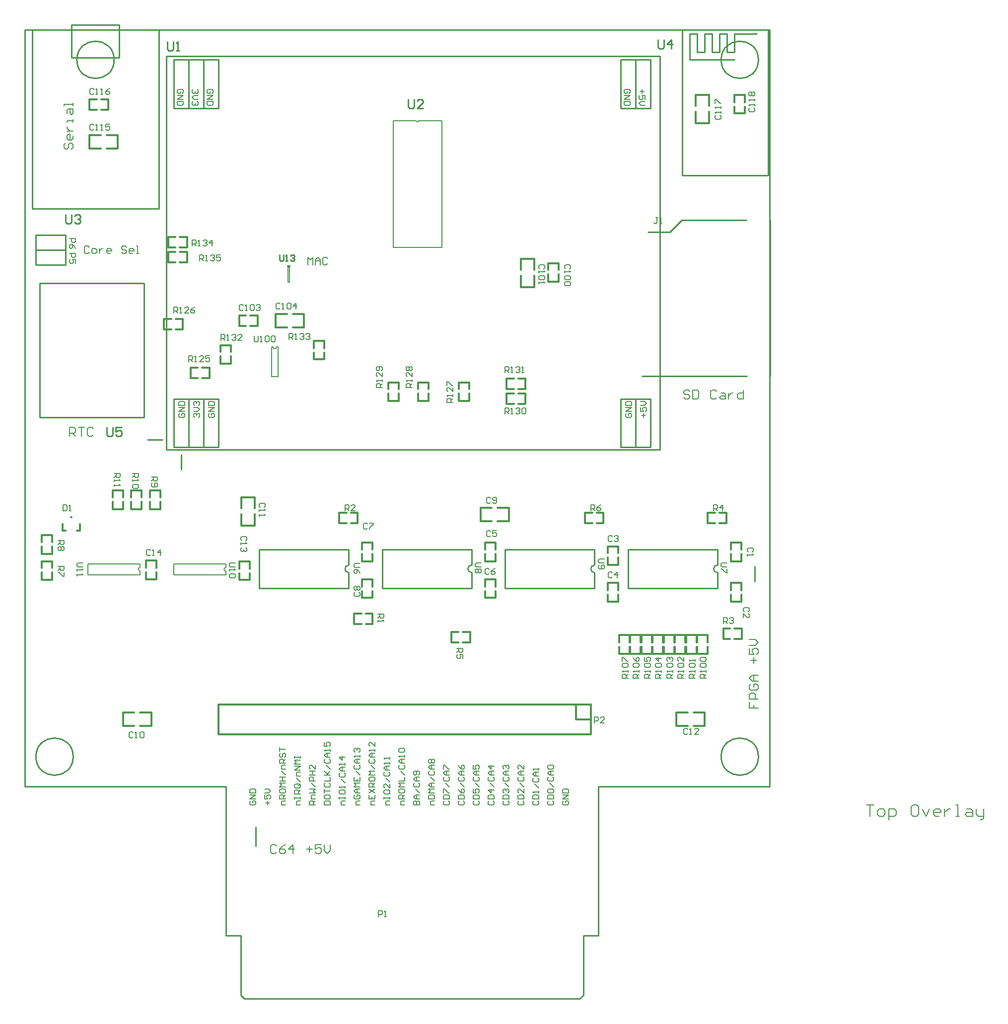
<source format=gto>
G04*
G04 #@! TF.GenerationSoftware,Altium Limited,CircuitStudio,1.5.2 (30)*
G04*
G04 Layer_Color=10092543*
%FSLAX25Y25*%
%MOIN*%
G70*
G01*
G75*
%ADD29C,0.01200*%
%ADD30C,0.01000*%
%ADD32C,0.00800*%
%ADD55C,0.00787*%
D29*
X290000Y1384000D02*
X292000D01*
X286000Y1393000D02*
X286500D01*
X280500Y1384000D02*
X282500D01*
X292000D02*
Y1388500D01*
X280500Y1384000D02*
Y1388500D01*
X635000Y1247500D02*
Y1267500D01*
X385000Y1247500D02*
X635000D01*
X385000D02*
Y1267500D01*
X635000D01*
X625000Y1257500D02*
Y1267500D01*
Y1257500D02*
X635000D01*
X705500Y1657500D02*
Y1665000D01*
X714500Y1657500D02*
Y1665000D01*
Y1669000D02*
Y1676500D01*
X705500Y1669000D02*
Y1676500D01*
Y1657500D02*
X714500D01*
X705500Y1676500D02*
X714500D01*
X553500Y1479000D02*
Y1483500D01*
X546500Y1479000D02*
Y1483500D01*
Y1471000D02*
Y1476000D01*
X553500Y1471000D02*
Y1476000D01*
X546500Y1483500D02*
X553500D01*
X546500Y1471000D02*
X553500D01*
X526000Y1479000D02*
Y1483500D01*
X519000Y1479000D02*
Y1483500D01*
Y1471000D02*
Y1476000D01*
X526000Y1471000D02*
Y1476000D01*
X519000Y1483500D02*
X526000D01*
X519000Y1471000D02*
X526000D01*
X506000Y1479000D02*
Y1483500D01*
X499000Y1479000D02*
Y1483500D01*
Y1471000D02*
Y1476000D01*
X506000Y1471000D02*
Y1476000D01*
X499000Y1483500D02*
X506000D01*
X499000Y1471000D02*
X506000D01*
X613500Y1559000D02*
Y1563500D01*
X606500Y1559000D02*
Y1563500D01*
Y1551000D02*
Y1556000D01*
X613500Y1551000D02*
Y1556000D01*
X606500Y1563500D02*
X613500D01*
X606500Y1551000D02*
X613500D01*
X586500Y1469000D02*
X591000D01*
X586500Y1476000D02*
X591000D01*
X578500D02*
X583500D01*
X578500Y1469000D02*
X583500D01*
X591000D02*
Y1476000D01*
X578500Y1469000D02*
Y1476000D01*
X586500Y1479000D02*
X591000D01*
X586500Y1486000D02*
X591000D01*
X578500D02*
X583500D01*
X578500Y1479000D02*
X583500D01*
X591000D02*
Y1486000D01*
X578500Y1479000D02*
Y1486000D01*
X588000Y1566500D02*
X597000D01*
X588000Y1547500D02*
X597000D01*
X588000Y1559000D02*
Y1566500D01*
X597000Y1559000D02*
Y1566500D01*
Y1547500D02*
Y1555000D01*
X588000Y1547500D02*
Y1555000D01*
X366500Y1493500D02*
X371000D01*
X366500Y1486500D02*
X371000D01*
X374000D02*
X379000D01*
X374000Y1493500D02*
X379000D01*
X366500Y1486500D02*
Y1493500D01*
X379000Y1486500D02*
Y1493500D01*
X356500Y1519000D02*
X361000D01*
X356500Y1526000D02*
X361000D01*
X348500D02*
X353500D01*
X348500Y1519000D02*
X353500D01*
X361000D02*
Y1526000D01*
X348500Y1519000D02*
Y1526000D01*
X306500Y1666500D02*
X311000D01*
X306500Y1673500D02*
X311000D01*
X298500D02*
X303500D01*
X298500Y1666500D02*
X303500D01*
X311000D02*
Y1673500D01*
X298500Y1666500D02*
Y1673500D01*
X310000Y1640500D02*
X317500D01*
X310000Y1649500D02*
X317500D01*
X298500D02*
X306000D01*
X298500Y1640500D02*
X306000D01*
X317500D02*
Y1649500D01*
X298500Y1640500D02*
Y1649500D01*
X449000Y1499000D02*
Y1503500D01*
X456000Y1499000D02*
Y1503500D01*
Y1506500D02*
Y1511500D01*
X449000Y1506500D02*
Y1511500D01*
Y1499000D02*
X456000D01*
X449000Y1511500D02*
X456000D01*
X393500Y1504000D02*
Y1508500D01*
X386500Y1504000D02*
Y1508500D01*
Y1496000D02*
Y1501000D01*
X393500Y1496000D02*
Y1501000D01*
X386500Y1508500D02*
X393500D01*
X386500Y1496000D02*
X393500D01*
X423500Y1520500D02*
Y1529500D01*
X442500Y1520500D02*
Y1529500D01*
X423500Y1520500D02*
X431000D01*
X423500Y1529500D02*
X431000D01*
X435000D02*
X442500D01*
X435000Y1520500D02*
X442500D01*
X399000Y1528500D02*
X403500D01*
X399000Y1521500D02*
X403500D01*
X406500D02*
X411500D01*
X406500Y1528500D02*
X411500D01*
X399000Y1521500D02*
Y1528500D01*
X411500Y1521500D02*
Y1528500D01*
X333500Y1406500D02*
Y1411000D01*
X326500Y1406500D02*
Y1411000D01*
Y1398500D02*
Y1403500D01*
X333500Y1398500D02*
Y1403500D01*
X326500Y1411000D02*
X333500D01*
X326500Y1398500D02*
X333500D01*
X321000Y1406500D02*
Y1411000D01*
X314000Y1406500D02*
Y1411000D01*
Y1398500D02*
Y1403500D01*
X321000Y1398500D02*
Y1403500D01*
X314000Y1411000D02*
X321000D01*
X314000Y1398500D02*
X321000D01*
X346000Y1406500D02*
Y1411000D01*
X339000Y1406500D02*
Y1411000D01*
Y1398500D02*
Y1403500D01*
X346000Y1398500D02*
Y1403500D01*
X339000Y1411000D02*
X346000D01*
X339000Y1398500D02*
X346000D01*
X273500Y1376500D02*
Y1381000D01*
X266500Y1376500D02*
Y1381000D01*
Y1368500D02*
Y1373500D01*
X273500Y1368500D02*
Y1373500D01*
X266500Y1381000D02*
X273500D01*
X266500Y1368500D02*
X273500D01*
Y1359000D02*
Y1363500D01*
X266500Y1359000D02*
Y1363500D01*
Y1351000D02*
Y1356000D01*
X273500Y1351000D02*
Y1356000D01*
X266500Y1363500D02*
X273500D01*
X266500Y1351000D02*
X273500D01*
X336500Y1351500D02*
Y1356000D01*
X343500Y1351500D02*
Y1356000D01*
Y1359000D02*
Y1364000D01*
X336500Y1359000D02*
Y1364000D01*
Y1351500D02*
X343500D01*
X336500Y1364000D02*
X343500D01*
X399000Y1351000D02*
Y1355500D01*
X406000Y1351000D02*
Y1355500D01*
Y1358500D02*
Y1363500D01*
X399000Y1358500D02*
Y1363500D01*
Y1351000D02*
X406000D01*
X399000Y1363500D02*
X406000D01*
X729000Y1336500D02*
Y1341000D01*
X736000Y1336500D02*
Y1341000D01*
Y1344000D02*
Y1349000D01*
X729000Y1344000D02*
Y1349000D01*
Y1336500D02*
X736000D01*
X729000Y1349000D02*
X736000D01*
Y1371500D02*
Y1376000D01*
X729000Y1371500D02*
Y1376000D01*
Y1363500D02*
Y1368500D01*
X736000Y1363500D02*
Y1368500D01*
X729000Y1376000D02*
X736000D01*
X729000Y1363500D02*
X736000D01*
X541500Y1316000D02*
X546000D01*
X541500Y1309000D02*
X546000D01*
X549000D02*
X554000D01*
X549000Y1316000D02*
X554000D01*
X541500Y1309000D02*
Y1316000D01*
X554000Y1309000D02*
Y1316000D01*
X724000Y1318500D02*
X728500D01*
X724000Y1311500D02*
X728500D01*
X731500D02*
X736500D01*
X731500Y1318500D02*
X736500D01*
X724000Y1311500D02*
Y1318500D01*
X736500Y1311500D02*
Y1318500D01*
X484000Y1321500D02*
X488500D01*
X484000Y1328500D02*
X488500D01*
X476000D02*
X481000D01*
X476000Y1321500D02*
X481000D01*
X488500D02*
Y1328500D01*
X476000Y1321500D02*
Y1328500D01*
X481500Y1339000D02*
Y1343500D01*
X488500Y1339000D02*
Y1343500D01*
Y1346500D02*
Y1351500D01*
X481500Y1346500D02*
Y1351500D01*
Y1339000D02*
X488500D01*
X481500Y1351500D02*
X488500D01*
Y1371500D02*
Y1376000D01*
X481500Y1371500D02*
Y1376000D01*
Y1363500D02*
Y1368500D01*
X488500Y1363500D02*
Y1368500D01*
X481500Y1376000D02*
X488500D01*
X481500Y1363500D02*
X488500D01*
X564000Y1339000D02*
Y1343500D01*
X571000Y1339000D02*
Y1343500D01*
Y1346500D02*
Y1351500D01*
X564000Y1346500D02*
Y1351500D01*
Y1339000D02*
X571000D01*
X564000Y1351500D02*
X571000D01*
Y1371500D02*
Y1376000D01*
X564000Y1371500D02*
Y1376000D01*
Y1363500D02*
Y1368500D01*
X571000Y1363500D02*
Y1368500D01*
X564000Y1376000D02*
X571000D01*
X564000Y1363500D02*
X571000D01*
X646500Y1336500D02*
Y1341000D01*
X653500Y1336500D02*
Y1341000D01*
Y1344000D02*
Y1349000D01*
X646500Y1344000D02*
Y1349000D01*
Y1336500D02*
X653500D01*
X646500Y1349000D02*
X653500D01*
Y1369000D02*
Y1373500D01*
X646500Y1369000D02*
Y1373500D01*
Y1361000D02*
Y1366000D01*
X653500Y1361000D02*
Y1366000D01*
X646500Y1373500D02*
X653500D01*
X646500Y1361000D02*
X653500D01*
X639000Y1389000D02*
X643500D01*
X639000Y1396000D02*
X643500D01*
X631000D02*
X636000D01*
X631000Y1389000D02*
X636000D01*
X643500D02*
Y1396000D01*
X631000Y1389000D02*
Y1396000D01*
X721500Y1389000D02*
X726000D01*
X721500Y1396000D02*
X726000D01*
X713500D02*
X718500D01*
X713500Y1389000D02*
X718500D01*
X726000D02*
Y1396000D01*
X713500Y1389000D02*
Y1396000D01*
X474000Y1389000D02*
X478500D01*
X474000Y1396000D02*
X478500D01*
X466000D02*
X471000D01*
X466000Y1389000D02*
X471000D01*
X478500D02*
Y1396000D01*
X466000Y1389000D02*
Y1396000D01*
X711500Y1253000D02*
Y1262000D01*
X692500Y1253000D02*
Y1262000D01*
X704000D02*
X711500D01*
X704000Y1253000D02*
X711500D01*
X692500D02*
X700000D01*
X692500Y1262000D02*
X700000D01*
X400500Y1406500D02*
X409500D01*
X400500Y1387500D02*
X409500D01*
X400500Y1399000D02*
Y1406500D01*
X409500Y1399000D02*
Y1406500D01*
Y1387500D02*
Y1395000D01*
X400500Y1387500D02*
Y1395000D01*
X321000Y1253000D02*
Y1262000D01*
X340000Y1253000D02*
Y1262000D01*
X321000Y1253000D02*
X328500D01*
X321000Y1262000D02*
X328500D01*
X332500D02*
X340000D01*
X332500Y1253000D02*
X340000D01*
X561000Y1390500D02*
Y1399500D01*
X580000Y1390500D02*
Y1399500D01*
X561000Y1390500D02*
X568500D01*
X561000Y1399500D02*
X568500D01*
X572500D02*
X580000D01*
X572500Y1390500D02*
X580000D01*
X731500Y1664000D02*
Y1668500D01*
X738500Y1664000D02*
Y1668500D01*
Y1671500D02*
Y1676500D01*
X731500Y1671500D02*
Y1676500D01*
Y1664000D02*
X738500D01*
X731500Y1676500D02*
X738500D01*
X351500Y1581000D02*
X356000D01*
X351500Y1574000D02*
X356000D01*
X359000D02*
X364000D01*
X359000Y1581000D02*
X364000D01*
X351500Y1574000D02*
Y1581000D01*
X364000Y1574000D02*
Y1581000D01*
X351500Y1571000D02*
X356000D01*
X351500Y1564000D02*
X356000D01*
X359000D02*
X364000D01*
X359000Y1571000D02*
X364000D01*
X351500Y1564000D02*
Y1571000D01*
X364000Y1564000D02*
Y1571000D01*
X706500Y1314000D02*
X713500D01*
X706500Y1301500D02*
X713500D01*
X706500Y1309000D02*
Y1314000D01*
X713500Y1309000D02*
Y1314000D01*
Y1301500D02*
Y1306000D01*
X706500Y1301500D02*
Y1306000D01*
X699000Y1314000D02*
X706000D01*
X699000Y1301500D02*
X706000D01*
X699000Y1309000D02*
Y1314000D01*
X706000Y1309000D02*
Y1314000D01*
Y1301500D02*
Y1306000D01*
X699000Y1301500D02*
Y1306000D01*
X691500Y1314000D02*
X698500D01*
X691500Y1301500D02*
X698500D01*
X691500Y1309000D02*
Y1314000D01*
X698500Y1309000D02*
Y1314000D01*
Y1301500D02*
Y1306000D01*
X691500Y1301500D02*
Y1306000D01*
X684000Y1314000D02*
X691000D01*
X684000Y1301500D02*
X691000D01*
X684000Y1309000D02*
Y1314000D01*
X691000Y1309000D02*
Y1314000D01*
Y1301500D02*
Y1306000D01*
X684000Y1301500D02*
Y1306000D01*
X676500Y1314000D02*
X683500D01*
X676500Y1301500D02*
X683500D01*
X676500Y1309000D02*
Y1314000D01*
X683500Y1309000D02*
Y1314000D01*
Y1301500D02*
Y1306000D01*
X676500Y1301500D02*
Y1306000D01*
X669000Y1314000D02*
X676000D01*
X669000Y1301500D02*
X676000D01*
X669000Y1309000D02*
Y1314000D01*
X676000Y1309000D02*
Y1314000D01*
Y1301500D02*
Y1306000D01*
X669000Y1301500D02*
Y1306000D01*
X661500Y1314000D02*
X668500D01*
X661500Y1301500D02*
X668500D01*
X661500Y1309000D02*
Y1314000D01*
X668500Y1309000D02*
Y1314000D01*
Y1301500D02*
Y1306000D01*
X661500Y1301500D02*
Y1306000D01*
X654000Y1314000D02*
X661000D01*
X654000Y1301500D02*
X661000D01*
X654000Y1309000D02*
Y1314000D01*
X661000Y1309000D02*
Y1314000D01*
Y1301500D02*
Y1306000D01*
X654000Y1301500D02*
Y1306000D01*
D30*
X472500Y1361000D02*
G03*
X472500Y1356000I0J-2500D01*
G01*
X637500Y1361000D02*
G03*
X637500Y1356000I0J-2500D01*
G01*
X555000Y1361000D02*
G03*
X555000Y1356000I0J-2500D01*
G01*
X720000Y1361000D02*
G03*
X720000Y1356000I0J-2500D01*
G01*
X747500Y1700000D02*
G03*
X747500Y1700000I-12500J0D01*
G01*
X747500Y1232500D02*
G03*
X747500Y1232500I-12500J0D01*
G01*
X287500D02*
G03*
X287500Y1232500I-12500J0D01*
G01*
X315000Y1700000D02*
G03*
X315000Y1700000I-12500J0D01*
G01*
X731397Y1717500D02*
X746397D01*
X731397Y1705000D02*
Y1717500D01*
X726397Y1705000D02*
X731397D01*
X726397D02*
Y1717500D01*
X721397D02*
X726397D01*
X721397Y1705000D02*
Y1717500D01*
X716397Y1705000D02*
X721397D01*
X716397D02*
Y1717500D01*
X711397D02*
X716397D01*
X711397Y1705000D02*
Y1717500D01*
X706397Y1705000D02*
X711397D01*
X706397D02*
Y1717500D01*
X701397D02*
X706397D01*
X701397Y1700000D02*
Y1717500D01*
Y1700000D02*
X731397D01*
X753897Y1622500D02*
Y1720000D01*
X696397D02*
X753897D01*
X696397Y1622500D02*
X753897D01*
X696397D02*
Y1720000D01*
X472500Y1361000D02*
Y1371500D01*
Y1345500D02*
Y1356000D01*
X412500Y1345500D02*
X472500D01*
X412500D02*
Y1371500D01*
X472500D01*
X755463Y1487638D02*
Y1592362D01*
X669439Y1487638D02*
X739813D01*
X696014Y1592362D02*
X739321D01*
X673376Y1584390D02*
X688041D01*
X696014Y1592362D01*
X335000Y1460000D02*
Y1550000D01*
X265000Y1460000D02*
X335000D01*
X265000D02*
Y1550000D01*
X335000D01*
X350157Y1438307D02*
Y1702480D01*
Y1438307D02*
X681260D01*
X350157Y1702480D02*
X681260D01*
Y1438307D02*
Y1702480D01*
X655000Y1440000D02*
Y1460000D01*
Y1440000D02*
X665000D01*
Y1472500D01*
X655000D02*
X665000D01*
X655000Y1460000D02*
Y1472500D01*
X665000D02*
X675000D01*
Y1440000D02*
Y1472500D01*
X665000Y1440000D02*
X675000D01*
X655000Y1700000D02*
X665000D01*
X655000Y1667500D02*
Y1700000D01*
Y1667500D02*
X665000D01*
X675000D02*
Y1680000D01*
X665000Y1667500D02*
X675000D01*
X665000D02*
Y1700000D01*
X675000D01*
Y1680000D02*
Y1700000D01*
X355000D02*
X365000D01*
X355000Y1667500D02*
Y1700000D01*
Y1667500D02*
X365000D01*
X375000D02*
Y1680000D01*
X365000Y1667500D02*
X375000D01*
X365000D02*
Y1700000D01*
X375000D01*
Y1680000D02*
Y1700000D01*
X385000Y1680000D02*
Y1700000D01*
X375000D02*
X385000D01*
X375000Y1667500D02*
X385000D01*
Y1680000D01*
X355000Y1460000D02*
Y1472500D01*
X365000D01*
X355000Y1440000D02*
X365000D01*
X355000D02*
Y1460000D01*
X365000Y1440000D02*
Y1460000D01*
Y1440000D02*
X375000D01*
Y1472500D01*
X365000D02*
X375000D01*
X365000Y1460000D02*
Y1472500D01*
X375000D02*
X385000D01*
Y1440000D02*
Y1472500D01*
X375000Y1440000D02*
X385000D01*
X282500Y1562500D02*
Y1572500D01*
X262500D02*
X282500D01*
X262500Y1562500D02*
Y1572500D01*
Y1562500D02*
X282500D01*
X400000Y1072500D02*
X402500Y1070000D01*
X627500D02*
X630000Y1072500D01*
Y1112500D01*
X400000Y1072500D02*
Y1112500D01*
X390000D02*
X400000D01*
X630000D02*
X640000D01*
X260000Y1600000D02*
X345000D01*
X260000D02*
Y1720000D01*
X345000Y1600000D02*
Y1720000D01*
X260000D02*
X345000D01*
X286500Y1701500D02*
X318500D01*
X286500D02*
Y1723500D01*
X318500Y1701500D02*
Y1723500D01*
X286500D02*
X318500D01*
X577500Y1371500D02*
X637500D01*
X577500Y1345500D02*
Y1371500D01*
Y1345500D02*
X637500D01*
Y1356000D01*
Y1361000D02*
Y1371500D01*
X555000Y1361000D02*
Y1371500D01*
Y1345500D02*
Y1356000D01*
X495000Y1345500D02*
X555000D01*
X495000D02*
Y1371500D01*
X555000D01*
X660000D02*
X720000D01*
X660000Y1345500D02*
Y1371500D01*
Y1345500D02*
X720000D01*
Y1356000D01*
Y1361000D02*
Y1371500D01*
X262500Y1572500D02*
X282500D01*
X262500D02*
Y1582500D01*
X282500D01*
Y1572500D02*
Y1582500D01*
X745000Y1350000D02*
Y1360000D01*
X410000Y1172500D02*
Y1185000D01*
X337500Y1445000D02*
X347500D01*
X360000Y1425000D02*
Y1435000D01*
X680000Y1713498D02*
Y1708500D01*
X681000Y1707500D01*
X682999D01*
X683999Y1708500D01*
Y1713498D01*
X688997Y1707500D02*
Y1713498D01*
X685998Y1710499D01*
X689997D01*
X426102Y1569297D02*
Y1565965D01*
X426768Y1565298D01*
X428101D01*
X428767Y1565965D01*
Y1569297D01*
X430100Y1565298D02*
X431433D01*
X430767D01*
Y1569297D01*
X430100Y1568631D01*
X433432D02*
X434099Y1569297D01*
X435432D01*
X436098Y1568631D01*
Y1567964D01*
X435432Y1567298D01*
X434765D01*
X435432D01*
X436098Y1566631D01*
Y1565965D01*
X435432Y1565298D01*
X434099D01*
X433432Y1565965D01*
X512500Y1673498D02*
Y1668500D01*
X513500Y1667500D01*
X515499D01*
X516499Y1668500D01*
Y1673498D01*
X522497Y1667500D02*
X518498D01*
X522497Y1671499D01*
Y1672498D01*
X521497Y1673498D01*
X519498D01*
X518498Y1672498D01*
X310000Y1453498D02*
Y1448500D01*
X311000Y1447500D01*
X312999D01*
X313999Y1448500D01*
Y1453498D01*
X319997D02*
X315998D01*
Y1450499D01*
X317997Y1451499D01*
X318997D01*
X319997Y1450499D01*
Y1448500D01*
X318997Y1447500D01*
X316998D01*
X315998Y1448500D01*
X350700Y1711998D02*
Y1707000D01*
X351700Y1706000D01*
X353699D01*
X354699Y1707000D01*
Y1711998D01*
X356698Y1706000D02*
X358697D01*
X357698D01*
Y1711998D01*
X356698Y1710998D01*
X282500Y1595998D02*
Y1591000D01*
X283500Y1590000D01*
X285499D01*
X286499Y1591000D01*
Y1595998D01*
X288498Y1594998D02*
X289498Y1595998D01*
X291497D01*
X292497Y1594998D01*
Y1593999D01*
X291497Y1592999D01*
X290497D01*
X291497D01*
X292497Y1591999D01*
Y1591000D01*
X291497Y1590000D01*
X289498D01*
X288498Y1591000D01*
X630000Y1112500D02*
X640000D01*
X630000Y1072500D02*
Y1112500D01*
X402500Y1070000D02*
X627500D01*
X400000Y1072500D02*
Y1112500D01*
X390000D02*
X400000D01*
X255000Y1720000D02*
X755000D01*
X255000Y1212500D02*
Y1720000D01*
X627500Y1070000D02*
X630000Y1072500D01*
X400000D02*
X402500Y1070000D01*
X255000Y1212500D02*
X390000D01*
X640000D02*
X755000D01*
X390000Y1112500D02*
Y1212500D01*
X640000Y1112500D02*
Y1212500D01*
X755000D02*
Y1720000D01*
D32*
X280700Y1401499D02*
Y1397500D01*
X282699D01*
X283366Y1398166D01*
Y1400832D01*
X282699Y1401499D01*
X280700D01*
X284699Y1397500D02*
X286032D01*
X285365D01*
Y1401499D01*
X284699Y1400832D01*
X396499Y1362500D02*
X393166D01*
X392500Y1361833D01*
Y1360501D01*
X393166Y1359834D01*
X396499D01*
X392500Y1358501D02*
Y1357168D01*
Y1357835D01*
X396499D01*
X395832Y1358501D01*
Y1355169D02*
X396499Y1354503D01*
Y1353170D01*
X395832Y1352503D01*
X393166D01*
X392500Y1353170D01*
Y1354503D01*
X393166Y1355169D01*
X395832D01*
X479999Y1362000D02*
X476666D01*
X476000Y1361333D01*
Y1360001D01*
X476666Y1359334D01*
X479999D01*
Y1355336D02*
X479332Y1356668D01*
X477999Y1358001D01*
X476666D01*
X476000Y1357335D01*
Y1356002D01*
X476666Y1355336D01*
X477333D01*
X477999Y1356002D01*
Y1358001D01*
X408900Y1514799D02*
Y1511467D01*
X409566Y1510800D01*
X410899D01*
X411566Y1511467D01*
Y1514799D01*
X412899Y1510800D02*
X414232D01*
X413565D01*
Y1514799D01*
X412899Y1514132D01*
X416231D02*
X416897Y1514799D01*
X418230D01*
X418897Y1514132D01*
Y1511467D01*
X418230Y1510800D01*
X416897D01*
X416231Y1511467D01*
Y1514132D01*
X420230D02*
X420896Y1514799D01*
X422229D01*
X422895Y1514132D01*
Y1511467D01*
X422229Y1510800D01*
X420896D01*
X420230Y1511467D01*
Y1514132D01*
X680166Y1593999D02*
X678833D01*
X679499D01*
Y1590666D01*
X678833Y1590000D01*
X678166D01*
X677500Y1590666D01*
X681499Y1590000D02*
X682832D01*
X682165D01*
Y1593999D01*
X681499Y1593332D01*
X659168Y1462666D02*
X658501Y1461999D01*
Y1460666D01*
X659168Y1460000D01*
X661834D01*
X662500Y1460666D01*
Y1461999D01*
X661834Y1462666D01*
X660501D01*
Y1461333D01*
X662500Y1463999D02*
X658501D01*
X662500Y1466665D01*
X658501D01*
Y1467997D02*
X662500D01*
Y1469997D01*
X661834Y1470663D01*
X659168D01*
X658501Y1469997D01*
Y1467997D01*
X670501Y1460000D02*
Y1462666D01*
X669168Y1461333D02*
X671834D01*
X668501Y1466665D02*
Y1463999D01*
X670501D01*
X669834Y1465332D01*
Y1465998D01*
X670501Y1466665D01*
X671834D01*
X672500Y1465998D01*
Y1464665D01*
X671834Y1463999D01*
X668501Y1467997D02*
X671167D01*
X672500Y1469330D01*
X671167Y1470663D01*
X668501D01*
X669499Y1680000D02*
Y1677334D01*
X670832Y1678667D02*
X668166D01*
X671499Y1673335D02*
Y1676001D01*
X669499D01*
X670166Y1674668D01*
Y1674002D01*
X669499Y1673335D01*
X668166D01*
X667500Y1674002D01*
Y1675335D01*
X668166Y1676001D01*
X671499Y1672003D02*
X668833D01*
X667500Y1670670D01*
X668833Y1669337D01*
X671499D01*
X660832Y1677334D02*
X661499Y1678001D01*
Y1679334D01*
X660832Y1680000D01*
X658166D01*
X657500Y1679334D01*
Y1678001D01*
X658166Y1677334D01*
X659499D01*
Y1678667D01*
X657500Y1676001D02*
X661499D01*
X657500Y1673335D01*
X661499D01*
Y1672003D02*
X657500D01*
Y1670003D01*
X658166Y1669337D01*
X660832D01*
X661499Y1670003D01*
Y1672003D01*
X370832Y1680000D02*
X371499Y1679334D01*
Y1678001D01*
X370832Y1677334D01*
X370166D01*
X369499Y1678001D01*
Y1678667D01*
Y1678001D01*
X368833Y1677334D01*
X368166D01*
X367500Y1678001D01*
Y1679334D01*
X368166Y1680000D01*
X371499Y1676001D02*
X368833D01*
X367500Y1674668D01*
X368833Y1673335D01*
X371499D01*
X370832Y1672003D02*
X371499Y1671336D01*
Y1670003D01*
X370832Y1669337D01*
X370166D01*
X369499Y1670003D01*
Y1670670D01*
Y1670003D01*
X368833Y1669337D01*
X368166D01*
X367500Y1670003D01*
Y1671336D01*
X368166Y1672003D01*
X360832Y1677334D02*
X361499Y1678001D01*
Y1679334D01*
X360832Y1680000D01*
X358166D01*
X357500Y1679334D01*
Y1678001D01*
X358166Y1677334D01*
X359499D01*
Y1678667D01*
X357500Y1676001D02*
X361499D01*
X357500Y1673335D01*
X361499D01*
Y1672003D02*
X357500D01*
Y1670003D01*
X358166Y1669337D01*
X360832D01*
X361499Y1670003D01*
Y1672003D01*
X380832Y1677334D02*
X381499Y1678001D01*
Y1679334D01*
X380832Y1680000D01*
X378166D01*
X377500Y1679334D01*
Y1678001D01*
X378166Y1677334D01*
X379499D01*
Y1678667D01*
X377500Y1676001D02*
X381499D01*
X377500Y1673335D01*
X381499D01*
Y1672003D02*
X377500D01*
Y1670003D01*
X378166Y1669337D01*
X380832D01*
X381499Y1670003D01*
Y1672003D01*
X359168Y1462666D02*
X358501Y1461999D01*
Y1460666D01*
X359168Y1460000D01*
X361834D01*
X362500Y1460666D01*
Y1461999D01*
X361834Y1462666D01*
X360501D01*
Y1461333D01*
X362500Y1463999D02*
X358501D01*
X362500Y1466665D01*
X358501D01*
Y1467997D02*
X362500D01*
Y1469997D01*
X361834Y1470663D01*
X359168D01*
X358501Y1469997D01*
Y1467997D01*
X379168Y1462666D02*
X378501Y1461999D01*
Y1460666D01*
X379168Y1460000D01*
X381834D01*
X382500Y1460666D01*
Y1461999D01*
X381834Y1462666D01*
X380501D01*
Y1461333D01*
X382500Y1463999D02*
X378501D01*
X382500Y1466665D01*
X378501D01*
Y1467997D02*
X382500D01*
Y1469997D01*
X381834Y1470663D01*
X379168D01*
X378501Y1469997D01*
Y1467997D01*
X369168Y1460000D02*
X368501Y1460666D01*
Y1461999D01*
X369168Y1462666D01*
X369834D01*
X370501Y1461999D01*
Y1461333D01*
Y1461999D01*
X371167Y1462666D01*
X371834D01*
X372500Y1461999D01*
Y1460666D01*
X371834Y1460000D01*
X368501Y1463999D02*
X371167D01*
X372500Y1465332D01*
X371167Y1466665D01*
X368501D01*
X369168Y1467997D02*
X368501Y1468664D01*
Y1469997D01*
X369168Y1470663D01*
X369834D01*
X370501Y1469997D01*
Y1469330D01*
Y1469997D01*
X371167Y1470663D01*
X371834D01*
X372500Y1469997D01*
Y1468664D01*
X371834Y1467997D01*
X637500Y1255000D02*
Y1258999D01*
X639499D01*
X640166Y1258332D01*
Y1256999D01*
X639499Y1256333D01*
X637500D01*
X644165Y1255000D02*
X641499D01*
X644165Y1257666D01*
Y1258332D01*
X643498Y1258999D01*
X642165D01*
X641499Y1258332D01*
X285000Y1570000D02*
X288999D01*
Y1568001D01*
X288332Y1567334D01*
X286999D01*
X286333Y1568001D01*
Y1570000D01*
X288999Y1563336D02*
Y1566001D01*
X286999D01*
X287666Y1564668D01*
Y1564002D01*
X286999Y1563336D01*
X285666D01*
X285000Y1564002D01*
Y1565335D01*
X285666Y1566001D01*
X492500Y1125000D02*
Y1128999D01*
X494499D01*
X495166Y1128332D01*
Y1126999D01*
X494499Y1126333D01*
X492500D01*
X496499Y1125000D02*
X497832D01*
X497165D01*
Y1128999D01*
X496499Y1128332D01*
X719168Y1662666D02*
X718501Y1661999D01*
Y1660666D01*
X719168Y1660000D01*
X721834D01*
X722500Y1660666D01*
Y1661999D01*
X721834Y1662666D01*
X722500Y1663999D02*
Y1665332D01*
Y1664665D01*
X718501D01*
X719168Y1663999D01*
X722500Y1667331D02*
Y1668664D01*
Y1667997D01*
X718501D01*
X719168Y1667331D01*
X718501Y1670663D02*
Y1673329D01*
X719168D01*
X721834Y1670663D01*
X722500D01*
X542500Y1470000D02*
X538501D01*
Y1471999D01*
X539168Y1472666D01*
X540501D01*
X541167Y1471999D01*
Y1470000D01*
Y1471333D02*
X542500Y1472666D01*
Y1473999D02*
Y1475332D01*
Y1474665D01*
X538501D01*
X539168Y1473999D01*
X542500Y1479997D02*
Y1477331D01*
X539834Y1479997D01*
X539168D01*
X538501Y1479330D01*
Y1477997D01*
X539168Y1477331D01*
X538501Y1481330D02*
Y1483996D01*
X539168D01*
X541834Y1481330D01*
X542500D01*
X515000Y1480000D02*
X511001D01*
Y1481999D01*
X511668Y1482666D01*
X513001D01*
X513667Y1481999D01*
Y1480000D01*
Y1481333D02*
X515000Y1482666D01*
Y1483999D02*
Y1485332D01*
Y1484665D01*
X511001D01*
X511668Y1483999D01*
X515000Y1489997D02*
Y1487331D01*
X512334Y1489997D01*
X511668D01*
X511001Y1489330D01*
Y1487997D01*
X511668Y1487331D01*
Y1491330D02*
X511001Y1491996D01*
Y1493329D01*
X511668Y1493995D01*
X512334D01*
X513001Y1493329D01*
X513667Y1493995D01*
X514334D01*
X515000Y1493329D01*
Y1491996D01*
X514334Y1491330D01*
X513667D01*
X513001Y1491996D01*
X512334Y1491330D01*
X511668D01*
X513001Y1491996D02*
Y1493329D01*
X495000Y1480000D02*
X491001D01*
Y1481999D01*
X491668Y1482666D01*
X493001D01*
X493667Y1481999D01*
Y1480000D01*
Y1481333D02*
X495000Y1482666D01*
Y1483999D02*
Y1485332D01*
Y1484665D01*
X491001D01*
X491668Y1483999D01*
X495000Y1489997D02*
Y1487331D01*
X492334Y1489997D01*
X491668D01*
X491001Y1489330D01*
Y1487997D01*
X491668Y1487331D01*
X494334Y1491330D02*
X495000Y1491996D01*
Y1493329D01*
X494334Y1493995D01*
X491668D01*
X491001Y1493329D01*
Y1491996D01*
X491668Y1491330D01*
X492334D01*
X493001Y1491996D01*
Y1493995D01*
X620832Y1559834D02*
X621499Y1560501D01*
Y1561833D01*
X620832Y1562500D01*
X618166D01*
X617500Y1561833D01*
Y1560501D01*
X618166Y1559834D01*
X617500Y1558501D02*
Y1557168D01*
Y1557835D01*
X621499D01*
X620832Y1558501D01*
Y1555169D02*
X621499Y1554503D01*
Y1553170D01*
X620832Y1552503D01*
X618166D01*
X617500Y1553170D01*
Y1554503D01*
X618166Y1555169D01*
X620832D01*
Y1551170D02*
X621499Y1550504D01*
Y1549171D01*
X620832Y1548505D01*
X618166D01*
X617500Y1549171D01*
Y1550504D01*
X618166Y1551170D01*
X620832D01*
X577500Y1462500D02*
Y1466499D01*
X579499D01*
X580166Y1465832D01*
Y1464499D01*
X579499Y1463833D01*
X577500D01*
X578833D02*
X580166Y1462500D01*
X581499D02*
X582832D01*
X582165D01*
Y1466499D01*
X581499Y1465832D01*
X584831D02*
X585497Y1466499D01*
X586830D01*
X587497Y1465832D01*
Y1465166D01*
X586830Y1464499D01*
X586164D01*
X586830D01*
X587497Y1463833D01*
Y1463167D01*
X586830Y1462500D01*
X585497D01*
X584831Y1463167D01*
X588830Y1465832D02*
X589496Y1466499D01*
X590829D01*
X591496Y1465832D01*
Y1463167D01*
X590829Y1462500D01*
X589496D01*
X588830Y1463167D01*
Y1465832D01*
X577500Y1490000D02*
Y1493999D01*
X579499D01*
X580166Y1493332D01*
Y1491999D01*
X579499Y1491333D01*
X577500D01*
X578833D02*
X580166Y1490000D01*
X581499D02*
X582832D01*
X582165D01*
Y1493999D01*
X581499Y1493332D01*
X584831D02*
X585497Y1493999D01*
X586830D01*
X587497Y1493332D01*
Y1492666D01*
X586830Y1491999D01*
X586164D01*
X586830D01*
X587497Y1491333D01*
Y1490666D01*
X586830Y1490000D01*
X585497D01*
X584831Y1490666D01*
X588830Y1490000D02*
X590163D01*
X589496D01*
Y1493999D01*
X588830Y1493332D01*
X603332Y1559834D02*
X603999Y1560501D01*
Y1561833D01*
X603332Y1562500D01*
X600666D01*
X600000Y1561833D01*
Y1560501D01*
X600666Y1559834D01*
X600000Y1558501D02*
Y1557168D01*
Y1557835D01*
X603999D01*
X603332Y1558501D01*
Y1555169D02*
X603999Y1554503D01*
Y1553170D01*
X603332Y1552503D01*
X600666D01*
X600000Y1553170D01*
Y1554503D01*
X600666Y1555169D01*
X603332D01*
X600000Y1551170D02*
Y1549837D01*
Y1550504D01*
X603999D01*
X603332Y1551170D01*
X365000Y1497500D02*
Y1501499D01*
X366999D01*
X367666Y1500832D01*
Y1499499D01*
X366999Y1498833D01*
X365000D01*
X366333D02*
X367666Y1497500D01*
X368999D02*
X370332D01*
X369665D01*
Y1501499D01*
X368999Y1500832D01*
X374997Y1497500D02*
X372331D01*
X374997Y1500166D01*
Y1500832D01*
X374330Y1501499D01*
X372997D01*
X372331Y1500832D01*
X378995Y1501499D02*
X376330D01*
Y1499499D01*
X377663Y1500166D01*
X378329D01*
X378995Y1499499D01*
Y1498166D01*
X378329Y1497500D01*
X376996D01*
X376330Y1498166D01*
X355000Y1530000D02*
Y1533999D01*
X356999D01*
X357666Y1533332D01*
Y1531999D01*
X356999Y1531333D01*
X355000D01*
X356333D02*
X357666Y1530000D01*
X358999D02*
X360332D01*
X359665D01*
Y1533999D01*
X358999Y1533332D01*
X364997Y1530000D02*
X362331D01*
X364997Y1532666D01*
Y1533332D01*
X364330Y1533999D01*
X362997D01*
X362331Y1533332D01*
X368995Y1533999D02*
X367663Y1533332D01*
X366330Y1531999D01*
Y1530667D01*
X366996Y1530000D01*
X368329D01*
X368995Y1530667D01*
Y1531333D01*
X368329Y1531999D01*
X366330D01*
X301366Y1680232D02*
X300699Y1680899D01*
X299366D01*
X298700Y1680232D01*
Y1677566D01*
X299366Y1676900D01*
X300699D01*
X301366Y1677566D01*
X302699Y1676900D02*
X304032D01*
X303365D01*
Y1680899D01*
X302699Y1680232D01*
X306031Y1676900D02*
X307364D01*
X306697D01*
Y1680899D01*
X306031Y1680232D01*
X312029Y1680899D02*
X310696Y1680232D01*
X309363Y1678899D01*
Y1677566D01*
X310030Y1676900D01*
X311363D01*
X312029Y1677566D01*
Y1678233D01*
X311363Y1678899D01*
X309363D01*
X301366Y1656232D02*
X300699Y1656899D01*
X299366D01*
X298700Y1656232D01*
Y1653566D01*
X299366Y1652900D01*
X300699D01*
X301366Y1653566D01*
X302699Y1652900D02*
X304032D01*
X303365D01*
Y1656899D01*
X302699Y1656232D01*
X306031Y1652900D02*
X307364D01*
X306697D01*
Y1656899D01*
X306031Y1656232D01*
X312029Y1656899D02*
X309363D01*
Y1654899D01*
X310696Y1655566D01*
X311363D01*
X312029Y1654899D01*
Y1653566D01*
X311363Y1652900D01*
X310030D01*
X309363Y1653566D01*
X432500Y1512500D02*
Y1516499D01*
X434499D01*
X435166Y1515832D01*
Y1514499D01*
X434499Y1513833D01*
X432500D01*
X433833D02*
X435166Y1512500D01*
X436499D02*
X437832D01*
X437165D01*
Y1516499D01*
X436499Y1515832D01*
X439831D02*
X440497Y1516499D01*
X441830D01*
X442497Y1515832D01*
Y1515166D01*
X441830Y1514499D01*
X441164D01*
X441830D01*
X442497Y1513833D01*
Y1513167D01*
X441830Y1512500D01*
X440497D01*
X439831Y1513167D01*
X443830Y1515832D02*
X444496Y1516499D01*
X445829D01*
X446495Y1515832D01*
Y1515166D01*
X445829Y1514499D01*
X445163D01*
X445829D01*
X446495Y1513833D01*
Y1513167D01*
X445829Y1512500D01*
X444496D01*
X443830Y1513167D01*
X386700Y1511900D02*
Y1515899D01*
X388699D01*
X389366Y1515232D01*
Y1513899D01*
X388699Y1513233D01*
X386700D01*
X388033D02*
X389366Y1511900D01*
X390699D02*
X392032D01*
X391365D01*
Y1515899D01*
X390699Y1515232D01*
X394031D02*
X394697Y1515899D01*
X396030D01*
X396697Y1515232D01*
Y1514566D01*
X396030Y1513899D01*
X395364D01*
X396030D01*
X396697Y1513233D01*
Y1512566D01*
X396030Y1511900D01*
X394697D01*
X394031Y1512566D01*
X400696Y1511900D02*
X398030D01*
X400696Y1514566D01*
Y1515232D01*
X400029Y1515899D01*
X398696D01*
X398030Y1515232D01*
X426366Y1536232D02*
X425699Y1536899D01*
X424366D01*
X423700Y1536232D01*
Y1533566D01*
X424366Y1532900D01*
X425699D01*
X426366Y1533566D01*
X427699Y1532900D02*
X429032D01*
X428365D01*
Y1536899D01*
X427699Y1536232D01*
X431031D02*
X431697Y1536899D01*
X433030D01*
X433697Y1536232D01*
Y1533566D01*
X433030Y1532900D01*
X431697D01*
X431031Y1533566D01*
Y1536232D01*
X437029Y1532900D02*
Y1536899D01*
X435030Y1534899D01*
X437696D01*
X401866Y1535232D02*
X401199Y1535899D01*
X399866D01*
X399200Y1535232D01*
Y1532567D01*
X399866Y1531900D01*
X401199D01*
X401866Y1532567D01*
X403199Y1531900D02*
X404532D01*
X403865D01*
Y1535899D01*
X403199Y1535232D01*
X406531D02*
X407197Y1535899D01*
X408530D01*
X409197Y1535232D01*
Y1532567D01*
X408530Y1531900D01*
X407197D01*
X406531Y1532567D01*
Y1535232D01*
X410530D02*
X411196Y1535899D01*
X412529D01*
X413196Y1535232D01*
Y1534566D01*
X412529Y1533899D01*
X411863D01*
X412529D01*
X413196Y1533233D01*
Y1532567D01*
X412529Y1531900D01*
X411196D01*
X410530Y1532567D01*
X327500Y1422500D02*
X331499D01*
Y1420501D01*
X330832Y1419834D01*
X329499D01*
X328833Y1420501D01*
Y1422500D01*
Y1421167D02*
X327500Y1419834D01*
Y1418501D02*
Y1417168D01*
Y1417835D01*
X331499D01*
X330832Y1418501D01*
Y1415169D02*
X331499Y1414503D01*
Y1413170D01*
X330832Y1412503D01*
X328166D01*
X327500Y1413170D01*
Y1414503D01*
X328166Y1415169D01*
X330832D01*
X315000Y1422500D02*
X318999D01*
Y1420501D01*
X318332Y1419834D01*
X316999D01*
X316333Y1420501D01*
Y1422500D01*
Y1421167D02*
X315000Y1419834D01*
Y1418501D02*
Y1417168D01*
Y1417835D01*
X318999D01*
X318332Y1418501D01*
X315000Y1415169D02*
Y1413836D01*
Y1414503D01*
X318999D01*
X318332Y1415169D01*
X340000Y1420000D02*
X343999D01*
Y1418001D01*
X343332Y1417334D01*
X341999D01*
X341333Y1418001D01*
Y1420000D01*
Y1418667D02*
X340000Y1417334D01*
X340666Y1416001D02*
X340000Y1415335D01*
Y1414002D01*
X340666Y1413336D01*
X343332D01*
X343999Y1414002D01*
Y1415335D01*
X343332Y1416001D01*
X342666D01*
X341999Y1415335D01*
Y1413336D01*
X277500Y1377500D02*
X281499D01*
Y1375501D01*
X280832Y1374834D01*
X279499D01*
X278833Y1375501D01*
Y1377500D01*
Y1376167D02*
X277500Y1374834D01*
X280832Y1373501D02*
X281499Y1372835D01*
Y1371502D01*
X280832Y1370835D01*
X280166D01*
X279499Y1371502D01*
X278833Y1370835D01*
X278166D01*
X277500Y1371502D01*
Y1372835D01*
X278166Y1373501D01*
X278833D01*
X279499Y1372835D01*
X280166Y1373501D01*
X280832D01*
X279499Y1372835D02*
Y1371502D01*
X277500Y1360000D02*
X281499D01*
Y1358001D01*
X280832Y1357334D01*
X279499D01*
X278833Y1358001D01*
Y1360000D01*
Y1358667D02*
X277500Y1357334D01*
X281499Y1356001D02*
Y1353335D01*
X280832D01*
X278166Y1356001D01*
X277500D01*
X293999Y1362500D02*
X290666D01*
X290000Y1361833D01*
Y1360501D01*
X290666Y1359834D01*
X293999D01*
X290000Y1358501D02*
Y1357168D01*
Y1357835D01*
X293999D01*
X293332Y1358501D01*
X290000Y1355169D02*
Y1353836D01*
Y1354503D01*
X293999D01*
X293332Y1355169D01*
X339366Y1370732D02*
X338699Y1371399D01*
X337366D01*
X336700Y1370732D01*
Y1368067D01*
X337366Y1367400D01*
X338699D01*
X339366Y1368067D01*
X340699Y1367400D02*
X342032D01*
X341365D01*
Y1371399D01*
X340699Y1370732D01*
X346030Y1367400D02*
Y1371399D01*
X344031Y1369399D01*
X346697D01*
X403332Y1377334D02*
X403999Y1378001D01*
Y1379333D01*
X403332Y1380000D01*
X400666D01*
X400000Y1379333D01*
Y1378001D01*
X400666Y1377334D01*
X400000Y1376001D02*
Y1374668D01*
Y1375335D01*
X403999D01*
X403332Y1376001D01*
Y1372669D02*
X403999Y1372003D01*
Y1370670D01*
X403332Y1370003D01*
X402666D01*
X401999Y1370670D01*
Y1371336D01*
Y1370670D01*
X401333Y1370003D01*
X400666D01*
X400000Y1370670D01*
Y1372003D01*
X400666Y1372669D01*
X740832Y1329834D02*
X741499Y1330501D01*
Y1331833D01*
X740832Y1332500D01*
X738166D01*
X737500Y1331833D01*
Y1330501D01*
X738166Y1329834D01*
X737500Y1325836D02*
Y1328501D01*
X740166Y1325836D01*
X740832D01*
X741499Y1326502D01*
Y1327835D01*
X740832Y1328501D01*
X743332Y1369834D02*
X743999Y1370501D01*
Y1371834D01*
X743332Y1372500D01*
X740666D01*
X740000Y1371834D01*
Y1370501D01*
X740666Y1369834D01*
X740000Y1368501D02*
Y1367168D01*
Y1367835D01*
X743999D01*
X743332Y1368501D01*
X545000Y1305000D02*
X548999D01*
Y1303001D01*
X548332Y1302334D01*
X546999D01*
X546333Y1303001D01*
Y1305000D01*
Y1303667D02*
X545000Y1302334D01*
X548999Y1298335D02*
Y1301001D01*
X546999D01*
X547666Y1299668D01*
Y1299002D01*
X546999Y1298335D01*
X545666D01*
X545000Y1299002D01*
Y1300335D01*
X545666Y1301001D01*
X724200Y1321900D02*
Y1325899D01*
X726199D01*
X726866Y1325232D01*
Y1323899D01*
X726199Y1323233D01*
X724200D01*
X725533D02*
X726866Y1321900D01*
X728199Y1325232D02*
X728865Y1325899D01*
X730198D01*
X730864Y1325232D01*
Y1324566D01*
X730198Y1323899D01*
X729532D01*
X730198D01*
X730864Y1323233D01*
Y1322567D01*
X730198Y1321900D01*
X728865D01*
X728199Y1322567D01*
X491900Y1328300D02*
X495899D01*
Y1326301D01*
X495232Y1325634D01*
X493899D01*
X493233Y1326301D01*
Y1328300D01*
Y1326967D02*
X491900Y1325634D01*
Y1324301D02*
Y1322968D01*
Y1323635D01*
X495899D01*
X495232Y1324301D01*
X476668Y1342666D02*
X476001Y1341999D01*
Y1340666D01*
X476668Y1340000D01*
X479334D01*
X480000Y1340666D01*
Y1341999D01*
X479334Y1342666D01*
X476668Y1343999D02*
X476001Y1344665D01*
Y1345998D01*
X476668Y1346665D01*
X477334D01*
X478001Y1345998D01*
X478667Y1346665D01*
X479334D01*
X480000Y1345998D01*
Y1344665D01*
X479334Y1343999D01*
X478667D01*
X478001Y1344665D01*
X477334Y1343999D01*
X476668D01*
X478001Y1344665D02*
Y1345998D01*
X485166Y1388332D02*
X484499Y1388999D01*
X483166D01*
X482500Y1388332D01*
Y1385666D01*
X483166Y1385000D01*
X484499D01*
X485166Y1385666D01*
X486499Y1388999D02*
X489164D01*
Y1388332D01*
X486499Y1385666D01*
Y1385000D01*
X566866Y1358232D02*
X566199Y1358899D01*
X564866D01*
X564200Y1358232D01*
Y1355567D01*
X564866Y1354900D01*
X566199D01*
X566866Y1355567D01*
X570864Y1358899D02*
X569532Y1358232D01*
X568199Y1356899D01*
Y1355567D01*
X568865Y1354900D01*
X570198D01*
X570864Y1355567D01*
Y1356233D01*
X570198Y1356899D01*
X568199D01*
X567666Y1383332D02*
X566999Y1383999D01*
X565666D01*
X565000Y1383332D01*
Y1380667D01*
X565666Y1380000D01*
X566999D01*
X567666Y1380667D01*
X571664Y1383999D02*
X568999D01*
Y1381999D01*
X570332Y1382666D01*
X570998D01*
X571664Y1381999D01*
Y1380667D01*
X570998Y1380000D01*
X569665D01*
X568999Y1380667D01*
X649366Y1355732D02*
X648699Y1356399D01*
X647366D01*
X646700Y1355732D01*
Y1353067D01*
X647366Y1352400D01*
X648699D01*
X649366Y1353067D01*
X652698Y1352400D02*
Y1356399D01*
X650699Y1354399D01*
X653365D01*
X649366Y1380232D02*
X648699Y1380899D01*
X647366D01*
X646700Y1380232D01*
Y1377567D01*
X647366Y1376900D01*
X648699D01*
X649366Y1377567D01*
X650699Y1380232D02*
X651365Y1380899D01*
X652698D01*
X653365Y1380232D01*
Y1379566D01*
X652698Y1378899D01*
X652032D01*
X652698D01*
X653365Y1378233D01*
Y1377567D01*
X652698Y1376900D01*
X651365D01*
X650699Y1377567D01*
X643999Y1365000D02*
X640666D01*
X640000Y1364334D01*
Y1363001D01*
X640666Y1362334D01*
X643999D01*
X640666Y1361001D02*
X640000Y1360335D01*
Y1359002D01*
X640666Y1358335D01*
X643332D01*
X643999Y1359002D01*
Y1360335D01*
X643332Y1361001D01*
X642666D01*
X641999Y1360335D01*
Y1358335D01*
X561499Y1362500D02*
X558166D01*
X557500Y1361833D01*
Y1360501D01*
X558166Y1359834D01*
X561499D01*
X560832Y1358501D02*
X561499Y1357835D01*
Y1356502D01*
X560832Y1355836D01*
X560166D01*
X559499Y1356502D01*
X558833Y1355836D01*
X558166D01*
X557500Y1356502D01*
Y1357835D01*
X558166Y1358501D01*
X558833D01*
X559499Y1357835D01*
X560166Y1358501D01*
X560832D01*
X559499Y1357835D02*
Y1356502D01*
X726499Y1362500D02*
X723166D01*
X722500Y1361833D01*
Y1360501D01*
X723166Y1359834D01*
X726499D01*
Y1358501D02*
Y1355836D01*
X725832D01*
X723166Y1358501D01*
X722500D01*
X635000Y1397500D02*
Y1401499D01*
X636999D01*
X637666Y1400832D01*
Y1399499D01*
X636999Y1398833D01*
X635000D01*
X636333D02*
X637666Y1397500D01*
X641665Y1401499D02*
X640332Y1400832D01*
X638999Y1399499D01*
Y1398166D01*
X639665Y1397500D01*
X640998D01*
X641665Y1398166D01*
Y1398833D01*
X640998Y1399499D01*
X638999D01*
X717500Y1397500D02*
Y1401499D01*
X719499D01*
X720166Y1400832D01*
Y1399499D01*
X719499Y1398833D01*
X717500D01*
X718833D02*
X720166Y1397500D01*
X723498D02*
Y1401499D01*
X721499Y1399499D01*
X724164D01*
X470000Y1397500D02*
Y1401499D01*
X471999D01*
X472666Y1400832D01*
Y1399499D01*
X471999Y1398833D01*
X470000D01*
X471333D02*
X472666Y1397500D01*
X476664D02*
X473999D01*
X476664Y1400166D01*
Y1400832D01*
X475998Y1401499D01*
X474665D01*
X473999Y1400832D01*
X700166Y1250832D02*
X699499Y1251499D01*
X698166D01*
X697500Y1250832D01*
Y1248166D01*
X698166Y1247500D01*
X699499D01*
X700166Y1248166D01*
X701499Y1247500D02*
X702832D01*
X702165D01*
Y1251499D01*
X701499Y1250832D01*
X707497Y1247500D02*
X704831D01*
X707497Y1250166D01*
Y1250832D01*
X706830Y1251499D01*
X705497D01*
X704831Y1250832D01*
X415832Y1399834D02*
X416499Y1400501D01*
Y1401834D01*
X415832Y1402500D01*
X413166D01*
X412500Y1401834D01*
Y1400501D01*
X413166Y1399834D01*
X412500Y1398501D02*
Y1397168D01*
Y1397835D01*
X416499D01*
X415832Y1398501D01*
X412500Y1395169D02*
Y1393836D01*
Y1394503D01*
X416499D01*
X415832Y1395169D01*
X327666Y1248332D02*
X326999Y1248999D01*
X325666D01*
X325000Y1248332D01*
Y1245667D01*
X325666Y1245000D01*
X326999D01*
X327666Y1245667D01*
X328999Y1245000D02*
X330332D01*
X329665D01*
Y1248999D01*
X328999Y1248332D01*
X332331D02*
X332997Y1248999D01*
X334330D01*
X334997Y1248332D01*
Y1245667D01*
X334330Y1245000D01*
X332997D01*
X332331Y1245667D01*
Y1248332D01*
X567666Y1405832D02*
X566999Y1406499D01*
X565666D01*
X565000Y1405832D01*
Y1403166D01*
X565666Y1402500D01*
X566999D01*
X567666Y1403166D01*
X568999D02*
X569665Y1402500D01*
X570998D01*
X571664Y1403166D01*
Y1405832D01*
X570998Y1406499D01*
X569665D01*
X568999Y1405832D01*
Y1405166D01*
X569665Y1404499D01*
X571664D01*
X741668Y1667666D02*
X741001Y1666999D01*
Y1665666D01*
X741668Y1665000D01*
X744334D01*
X745000Y1665666D01*
Y1666999D01*
X744334Y1667666D01*
X745000Y1668999D02*
Y1670332D01*
Y1669665D01*
X741001D01*
X741668Y1668999D01*
X745000Y1672331D02*
Y1673664D01*
Y1672997D01*
X741001D01*
X741668Y1672331D01*
Y1675663D02*
X741001Y1676330D01*
Y1677663D01*
X741668Y1678329D01*
X742334D01*
X743001Y1677663D01*
X743667Y1678329D01*
X744334D01*
X745000Y1677663D01*
Y1676330D01*
X744334Y1675663D01*
X743667D01*
X743001Y1676330D01*
X742334Y1675663D01*
X741668D01*
X743001Y1676330D02*
Y1677663D01*
X367500Y1575000D02*
Y1578999D01*
X369499D01*
X370166Y1578332D01*
Y1576999D01*
X369499Y1576333D01*
X367500D01*
X368833D02*
X370166Y1575000D01*
X371499D02*
X372832D01*
X372165D01*
Y1578999D01*
X371499Y1578332D01*
X374831D02*
X375497Y1578999D01*
X376830D01*
X377497Y1578332D01*
Y1577666D01*
X376830Y1576999D01*
X376164D01*
X376830D01*
X377497Y1576333D01*
Y1575667D01*
X376830Y1575000D01*
X375497D01*
X374831Y1575667D01*
X380829Y1575000D02*
Y1578999D01*
X378830Y1576999D01*
X381495D01*
X372500Y1565000D02*
Y1568999D01*
X374499D01*
X375166Y1568332D01*
Y1566999D01*
X374499Y1566333D01*
X372500D01*
X373833D02*
X375166Y1565000D01*
X376499D02*
X377832D01*
X377165D01*
Y1568999D01*
X376499Y1568332D01*
X379831D02*
X380497Y1568999D01*
X381830D01*
X382497Y1568332D01*
Y1567666D01*
X381830Y1566999D01*
X381164D01*
X381830D01*
X382497Y1566333D01*
Y1565666D01*
X381830Y1565000D01*
X380497D01*
X379831Y1565666D01*
X386495Y1568999D02*
X383830D01*
Y1566999D01*
X385163Y1567666D01*
X385829D01*
X386495Y1566999D01*
Y1565666D01*
X385829Y1565000D01*
X384496D01*
X383830Y1565666D01*
X285000Y1580000D02*
X288999D01*
Y1578001D01*
X288332Y1577334D01*
X286999D01*
X286333Y1578001D01*
Y1580000D01*
X288999Y1573335D02*
X288332Y1574668D01*
X286999Y1576001D01*
X285666D01*
X285000Y1575335D01*
Y1574002D01*
X285666Y1573335D01*
X286333D01*
X286999Y1574002D01*
Y1576001D01*
X712500Y1285000D02*
X708501D01*
Y1286999D01*
X709168Y1287666D01*
X710501D01*
X711167Y1286999D01*
Y1285000D01*
Y1286333D02*
X712500Y1287666D01*
Y1288999D02*
Y1290332D01*
Y1289665D01*
X708501D01*
X709168Y1288999D01*
Y1292331D02*
X708501Y1292997D01*
Y1294330D01*
X709168Y1294997D01*
X711834D01*
X712500Y1294330D01*
Y1292997D01*
X711834Y1292331D01*
X709168D01*
Y1296330D02*
X708501Y1296996D01*
Y1298329D01*
X709168Y1298995D01*
X711834D01*
X712500Y1298329D01*
Y1296996D01*
X711834Y1296330D01*
X709168D01*
X705000Y1285000D02*
X701001D01*
Y1286999D01*
X701668Y1287666D01*
X703001D01*
X703667Y1286999D01*
Y1285000D01*
Y1286333D02*
X705000Y1287666D01*
Y1288999D02*
Y1290332D01*
Y1289665D01*
X701001D01*
X701668Y1288999D01*
Y1292331D02*
X701001Y1292997D01*
Y1294330D01*
X701668Y1294997D01*
X704334D01*
X705000Y1294330D01*
Y1292997D01*
X704334Y1292331D01*
X701668D01*
X705000Y1296330D02*
Y1297663D01*
Y1296996D01*
X701001D01*
X701668Y1296330D01*
X697500Y1285000D02*
X693501D01*
Y1286999D01*
X694168Y1287666D01*
X695501D01*
X696167Y1286999D01*
Y1285000D01*
Y1286333D02*
X697500Y1287666D01*
Y1288999D02*
Y1290332D01*
Y1289665D01*
X693501D01*
X694168Y1288999D01*
Y1292331D02*
X693501Y1292997D01*
Y1294330D01*
X694168Y1294997D01*
X696834D01*
X697500Y1294330D01*
Y1292997D01*
X696834Y1292331D01*
X694168D01*
X697500Y1298995D02*
Y1296330D01*
X694834Y1298995D01*
X694168D01*
X693501Y1298329D01*
Y1296996D01*
X694168Y1296330D01*
X690000Y1285000D02*
X686001D01*
Y1286999D01*
X686668Y1287666D01*
X688001D01*
X688667Y1286999D01*
Y1285000D01*
Y1286333D02*
X690000Y1287666D01*
Y1288999D02*
Y1290332D01*
Y1289665D01*
X686001D01*
X686668Y1288999D01*
Y1292331D02*
X686001Y1292997D01*
Y1294330D01*
X686668Y1294997D01*
X689334D01*
X690000Y1294330D01*
Y1292997D01*
X689334Y1292331D01*
X686668D01*
Y1296330D02*
X686001Y1296996D01*
Y1298329D01*
X686668Y1298995D01*
X687334D01*
X688001Y1298329D01*
Y1297663D01*
Y1298329D01*
X688667Y1298995D01*
X689334D01*
X690000Y1298329D01*
Y1296996D01*
X689334Y1296330D01*
X682500Y1285000D02*
X678501D01*
Y1286999D01*
X679168Y1287666D01*
X680501D01*
X681167Y1286999D01*
Y1285000D01*
Y1286333D02*
X682500Y1287666D01*
Y1288999D02*
Y1290332D01*
Y1289665D01*
X678501D01*
X679168Y1288999D01*
Y1292331D02*
X678501Y1292997D01*
Y1294330D01*
X679168Y1294997D01*
X681834D01*
X682500Y1294330D01*
Y1292997D01*
X681834Y1292331D01*
X679168D01*
X682500Y1298329D02*
X678501D01*
X680501Y1296330D01*
Y1298995D01*
X675000Y1285000D02*
X671001D01*
Y1286999D01*
X671668Y1287666D01*
X673001D01*
X673667Y1286999D01*
Y1285000D01*
Y1286333D02*
X675000Y1287666D01*
Y1288999D02*
Y1290332D01*
Y1289665D01*
X671001D01*
X671668Y1288999D01*
Y1292331D02*
X671001Y1292997D01*
Y1294330D01*
X671668Y1294997D01*
X674334D01*
X675000Y1294330D01*
Y1292997D01*
X674334Y1292331D01*
X671668D01*
X671001Y1298995D02*
Y1296330D01*
X673001D01*
X672334Y1297663D01*
Y1298329D01*
X673001Y1298995D01*
X674334D01*
X675000Y1298329D01*
Y1296996D01*
X674334Y1296330D01*
X667500Y1285000D02*
X663501D01*
Y1286999D01*
X664168Y1287666D01*
X665501D01*
X666167Y1286999D01*
Y1285000D01*
Y1286333D02*
X667500Y1287666D01*
Y1288999D02*
Y1290332D01*
Y1289665D01*
X663501D01*
X664168Y1288999D01*
Y1292331D02*
X663501Y1292997D01*
Y1294330D01*
X664168Y1294997D01*
X666834D01*
X667500Y1294330D01*
Y1292997D01*
X666834Y1292331D01*
X664168D01*
X663501Y1298995D02*
X664168Y1297663D01*
X665501Y1296330D01*
X666834D01*
X667500Y1296996D01*
Y1298329D01*
X666834Y1298995D01*
X666167D01*
X665501Y1298329D01*
Y1296330D01*
X660000Y1285000D02*
X656001D01*
Y1286999D01*
X656668Y1287666D01*
X658001D01*
X658667Y1286999D01*
Y1285000D01*
Y1286333D02*
X660000Y1287666D01*
Y1288999D02*
Y1290332D01*
Y1289665D01*
X656001D01*
X656668Y1288999D01*
Y1292331D02*
X656001Y1292997D01*
Y1294330D01*
X656668Y1294997D01*
X659334D01*
X660000Y1294330D01*
Y1292997D01*
X659334Y1292331D01*
X656668D01*
X656001Y1296330D02*
Y1298995D01*
X656668D01*
X659334Y1296330D01*
X660000D01*
X418001Y1200000D02*
Y1202666D01*
X416668Y1201333D02*
X419334D01*
X416001Y1206664D02*
Y1203999D01*
X418001D01*
X417334Y1205332D01*
Y1205998D01*
X418001Y1206664D01*
X419334D01*
X420000Y1205998D01*
Y1204665D01*
X419334Y1203999D01*
X416001Y1207997D02*
X418667D01*
X420000Y1209330D01*
X418667Y1210663D01*
X416001D01*
X406668Y1202666D02*
X406001Y1201999D01*
Y1200667D01*
X406668Y1200000D01*
X409334D01*
X410000Y1200667D01*
Y1201999D01*
X409334Y1202666D01*
X408001D01*
Y1201333D01*
X410000Y1203999D02*
X406001D01*
X410000Y1206664D01*
X406001D01*
Y1207997D02*
X410000D01*
Y1209997D01*
X409334Y1210663D01*
X406668D01*
X406001Y1209997D01*
Y1207997D01*
X616668Y1202666D02*
X616001Y1201999D01*
Y1200667D01*
X616668Y1200000D01*
X619334D01*
X620000Y1200667D01*
Y1201999D01*
X619334Y1202666D01*
X618001D01*
Y1201333D01*
X620000Y1203999D02*
X616001D01*
X620000Y1206664D01*
X616001D01*
Y1207997D02*
X620000D01*
Y1209997D01*
X619334Y1210663D01*
X616668D01*
X616001Y1209997D01*
Y1207997D01*
X606668Y1202666D02*
X606001Y1201999D01*
Y1200667D01*
X606668Y1200000D01*
X609334D01*
X610000Y1200667D01*
Y1201999D01*
X609334Y1202666D01*
X606001Y1203999D02*
X610000D01*
Y1205998D01*
X609334Y1206664D01*
X606668D01*
X606001Y1205998D01*
Y1203999D01*
X606668Y1207997D02*
X606001Y1208664D01*
Y1209997D01*
X606668Y1210663D01*
X609334D01*
X610000Y1209997D01*
Y1208664D01*
X609334Y1207997D01*
X606668D01*
X610000Y1211996D02*
X607334Y1214662D01*
X606668Y1218661D02*
X606001Y1217994D01*
Y1216661D01*
X606668Y1215995D01*
X609334D01*
X610000Y1216661D01*
Y1217994D01*
X609334Y1218661D01*
X610000Y1219993D02*
X607334D01*
X606001Y1221326D01*
X607334Y1222659D01*
X610000D01*
X608001D01*
Y1219993D01*
X606668Y1223992D02*
X606001Y1224659D01*
Y1225992D01*
X606668Y1226658D01*
X609334D01*
X610000Y1225992D01*
Y1224659D01*
X609334Y1223992D01*
X606668D01*
X596668Y1202666D02*
X596001Y1201999D01*
Y1200667D01*
X596668Y1200000D01*
X599334D01*
X600000Y1200667D01*
Y1201999D01*
X599334Y1202666D01*
X596001Y1203999D02*
X600000D01*
Y1205998D01*
X599334Y1206664D01*
X596668D01*
X596001Y1205998D01*
Y1203999D01*
X600000Y1207997D02*
Y1209330D01*
Y1208664D01*
X596001D01*
X596668Y1207997D01*
X600000Y1211330D02*
X597334Y1213995D01*
X596668Y1217994D02*
X596001Y1217328D01*
Y1215995D01*
X596668Y1215328D01*
X599334D01*
X600000Y1215995D01*
Y1217328D01*
X599334Y1217994D01*
X600000Y1219327D02*
X597334D01*
X596001Y1220660D01*
X597334Y1221993D01*
X600000D01*
X598001D01*
Y1219327D01*
X600000Y1223326D02*
Y1224659D01*
Y1223992D01*
X596001D01*
X596668Y1223326D01*
X586668Y1202666D02*
X586001Y1201999D01*
Y1200667D01*
X586668Y1200000D01*
X589334D01*
X590000Y1200667D01*
Y1201999D01*
X589334Y1202666D01*
X586001Y1203999D02*
X590000D01*
Y1205998D01*
X589334Y1206664D01*
X586668D01*
X586001Y1205998D01*
Y1203999D01*
X590000Y1210663D02*
Y1207997D01*
X587334Y1210663D01*
X586668D01*
X586001Y1209997D01*
Y1208664D01*
X586668Y1207997D01*
X590000Y1211996D02*
X587334Y1214662D01*
X586668Y1218661D02*
X586001Y1217994D01*
Y1216661D01*
X586668Y1215995D01*
X589334D01*
X590000Y1216661D01*
Y1217994D01*
X589334Y1218661D01*
X590000Y1219993D02*
X587334D01*
X586001Y1221326D01*
X587334Y1222659D01*
X590000D01*
X588001D01*
Y1219993D01*
X590000Y1226658D02*
Y1223992D01*
X587334Y1226658D01*
X586668D01*
X586001Y1225992D01*
Y1224659D01*
X586668Y1223992D01*
X576668Y1202666D02*
X576001Y1201999D01*
Y1200667D01*
X576668Y1200000D01*
X579334D01*
X580000Y1200667D01*
Y1201999D01*
X579334Y1202666D01*
X576001Y1203999D02*
X580000D01*
Y1205998D01*
X579334Y1206664D01*
X576668D01*
X576001Y1205998D01*
Y1203999D01*
X576668Y1207997D02*
X576001Y1208664D01*
Y1209997D01*
X576668Y1210663D01*
X577334D01*
X578001Y1209997D01*
Y1209330D01*
Y1209997D01*
X578667Y1210663D01*
X579334D01*
X580000Y1209997D01*
Y1208664D01*
X579334Y1207997D01*
X580000Y1211996D02*
X577334Y1214662D01*
X576668Y1218661D02*
X576001Y1217994D01*
Y1216661D01*
X576668Y1215995D01*
X579334D01*
X580000Y1216661D01*
Y1217994D01*
X579334Y1218661D01*
X580000Y1219993D02*
X577334D01*
X576001Y1221326D01*
X577334Y1222659D01*
X580000D01*
X578001D01*
Y1219993D01*
X576668Y1223992D02*
X576001Y1224659D01*
Y1225992D01*
X576668Y1226658D01*
X577334D01*
X578001Y1225992D01*
Y1225325D01*
Y1225992D01*
X578667Y1226658D01*
X579334D01*
X580000Y1225992D01*
Y1224659D01*
X579334Y1223992D01*
X566668Y1202666D02*
X566001Y1201999D01*
Y1200667D01*
X566668Y1200000D01*
X569334D01*
X570000Y1200667D01*
Y1201999D01*
X569334Y1202666D01*
X566001Y1203999D02*
X570000D01*
Y1205998D01*
X569334Y1206664D01*
X566668D01*
X566001Y1205998D01*
Y1203999D01*
X570000Y1209997D02*
X566001D01*
X568001Y1207997D01*
Y1210663D01*
X570000Y1211996D02*
X567334Y1214662D01*
X566668Y1218661D02*
X566001Y1217994D01*
Y1216661D01*
X566668Y1215995D01*
X569334D01*
X570000Y1216661D01*
Y1217994D01*
X569334Y1218661D01*
X570000Y1219993D02*
X567334D01*
X566001Y1221326D01*
X567334Y1222659D01*
X570000D01*
X568001D01*
Y1219993D01*
X570000Y1225992D02*
X566001D01*
X568001Y1223992D01*
Y1226658D01*
X556668Y1202666D02*
X556001Y1201999D01*
Y1200667D01*
X556668Y1200000D01*
X559334D01*
X560000Y1200667D01*
Y1201999D01*
X559334Y1202666D01*
X556001Y1203999D02*
X560000D01*
Y1205998D01*
X559334Y1206664D01*
X556668D01*
X556001Y1205998D01*
Y1203999D01*
Y1210663D02*
Y1207997D01*
X558001D01*
X557334Y1209330D01*
Y1209997D01*
X558001Y1210663D01*
X559334D01*
X560000Y1209997D01*
Y1208664D01*
X559334Y1207997D01*
X560000Y1211996D02*
X557334Y1214662D01*
X556668Y1218661D02*
X556001Y1217994D01*
Y1216661D01*
X556668Y1215995D01*
X559334D01*
X560000Y1216661D01*
Y1217994D01*
X559334Y1218661D01*
X560000Y1219993D02*
X557334D01*
X556001Y1221326D01*
X557334Y1222659D01*
X560000D01*
X558001D01*
Y1219993D01*
X556001Y1226658D02*
Y1223992D01*
X558001D01*
X557334Y1225325D01*
Y1225992D01*
X558001Y1226658D01*
X559334D01*
X560000Y1225992D01*
Y1224659D01*
X559334Y1223992D01*
X546668Y1202666D02*
X546001Y1201999D01*
Y1200667D01*
X546668Y1200000D01*
X549334D01*
X550000Y1200667D01*
Y1201999D01*
X549334Y1202666D01*
X546001Y1203999D02*
X550000D01*
Y1205998D01*
X549334Y1206664D01*
X546668D01*
X546001Y1205998D01*
Y1203999D01*
Y1210663D02*
X546668Y1209330D01*
X548001Y1207997D01*
X549334D01*
X550000Y1208664D01*
Y1209997D01*
X549334Y1210663D01*
X548667D01*
X548001Y1209997D01*
Y1207997D01*
X550000Y1211996D02*
X547334Y1214662D01*
X546668Y1218661D02*
X546001Y1217994D01*
Y1216661D01*
X546668Y1215995D01*
X549334D01*
X550000Y1216661D01*
Y1217994D01*
X549334Y1218661D01*
X550000Y1219993D02*
X547334D01*
X546001Y1221326D01*
X547334Y1222659D01*
X550000D01*
X548001D01*
Y1219993D01*
X546001Y1226658D02*
X546668Y1225325D01*
X548001Y1223992D01*
X549334D01*
X550000Y1224659D01*
Y1225992D01*
X549334Y1226658D01*
X548667D01*
X548001Y1225992D01*
Y1223992D01*
X536668Y1202666D02*
X536001Y1201999D01*
Y1200667D01*
X536668Y1200000D01*
X539334D01*
X540000Y1200667D01*
Y1201999D01*
X539334Y1202666D01*
X536001Y1203999D02*
X540000D01*
Y1205998D01*
X539334Y1206664D01*
X536668D01*
X536001Y1205998D01*
Y1203999D01*
Y1207997D02*
Y1210663D01*
X536668D01*
X539334Y1207997D01*
X540000D01*
Y1211996D02*
X537334Y1214662D01*
X536668Y1218661D02*
X536001Y1217994D01*
Y1216661D01*
X536668Y1215995D01*
X539334D01*
X540000Y1216661D01*
Y1217994D01*
X539334Y1218661D01*
X540000Y1219993D02*
X537334D01*
X536001Y1221326D01*
X537334Y1222659D01*
X540000D01*
X538001D01*
Y1219993D01*
X536001Y1223992D02*
Y1226658D01*
X536668D01*
X539334Y1223992D01*
X540000D01*
X530000Y1200000D02*
X527334D01*
Y1201999D01*
X528001Y1202666D01*
X530000D01*
X526001Y1203999D02*
X530000D01*
Y1205998D01*
X529334Y1206664D01*
X526668D01*
X526001Y1205998D01*
Y1203999D01*
X530000Y1207997D02*
X526001D01*
X527334Y1209330D01*
X526001Y1210663D01*
X530000D01*
Y1211996D02*
X527334D01*
X526001Y1213329D01*
X527334Y1214662D01*
X530000D01*
X528001D01*
Y1211996D01*
X530000Y1215995D02*
X527334Y1218661D01*
X526668Y1222659D02*
X526001Y1221993D01*
Y1220660D01*
X526668Y1219993D01*
X529334D01*
X530000Y1220660D01*
Y1221993D01*
X529334Y1222659D01*
X530000Y1223992D02*
X527334D01*
X526001Y1225325D01*
X527334Y1226658D01*
X530000D01*
X528001D01*
Y1223992D01*
X526668Y1227991D02*
X526001Y1228657D01*
Y1229990D01*
X526668Y1230657D01*
X527334D01*
X528001Y1229990D01*
X528667Y1230657D01*
X529334D01*
X530000Y1229990D01*
Y1228657D01*
X529334Y1227991D01*
X528667D01*
X528001Y1228657D01*
X527334Y1227991D01*
X526668D01*
X528001Y1228657D02*
Y1229990D01*
X516001Y1200000D02*
X520000D01*
Y1201999D01*
X519334Y1202666D01*
X518667D01*
X518001Y1201999D01*
Y1200000D01*
Y1201999D01*
X517334Y1202666D01*
X516668D01*
X516001Y1201999D01*
Y1200000D01*
X520000Y1203999D02*
X517334D01*
X516001Y1205332D01*
X517334Y1206664D01*
X520000D01*
X518001D01*
Y1203999D01*
X520000Y1207997D02*
X517334Y1210663D01*
X516668Y1214662D02*
X516001Y1213995D01*
Y1212663D01*
X516668Y1211996D01*
X519334D01*
X520000Y1212663D01*
Y1213995D01*
X519334Y1214662D01*
X520000Y1215995D02*
X517334D01*
X516001Y1217328D01*
X517334Y1218661D01*
X520000D01*
X518001D01*
Y1215995D01*
X519334Y1219993D02*
X520000Y1220660D01*
Y1221993D01*
X519334Y1222659D01*
X516668D01*
X516001Y1221993D01*
Y1220660D01*
X516668Y1219993D01*
X517334D01*
X518001Y1220660D01*
Y1222659D01*
X510000Y1200000D02*
X507334D01*
Y1201999D01*
X508001Y1202666D01*
X510000D01*
Y1203999D02*
X506001D01*
Y1205998D01*
X506668Y1206664D01*
X508001D01*
X508667Y1205998D01*
Y1203999D01*
Y1205332D02*
X510000Y1206664D01*
X506001Y1209997D02*
Y1208664D01*
X506668Y1207997D01*
X509334D01*
X510000Y1208664D01*
Y1209997D01*
X509334Y1210663D01*
X506668D01*
X506001Y1209997D01*
X510000Y1211996D02*
X506001D01*
X507334Y1213329D01*
X506001Y1214662D01*
X510000D01*
X506001Y1215995D02*
X510000D01*
Y1218661D01*
Y1219993D02*
X507334Y1222659D01*
X506668Y1226658D02*
X506001Y1225992D01*
Y1224659D01*
X506668Y1223992D01*
X509334D01*
X510000Y1224659D01*
Y1225992D01*
X509334Y1226658D01*
X510000Y1227991D02*
X507334D01*
X506001Y1229324D01*
X507334Y1230657D01*
X510000D01*
X508001D01*
Y1227991D01*
X510000Y1231990D02*
Y1233323D01*
Y1232656D01*
X506001D01*
X506668Y1231990D01*
Y1235322D02*
X506001Y1235988D01*
Y1237321D01*
X506668Y1237988D01*
X509334D01*
X510000Y1237321D01*
Y1235988D01*
X509334Y1235322D01*
X506668D01*
X500000Y1200000D02*
X497334D01*
Y1201999D01*
X498001Y1202666D01*
X500000D01*
X496001Y1203999D02*
Y1205332D01*
Y1204665D01*
X500000D01*
Y1203999D01*
Y1205332D01*
X496001Y1209330D02*
Y1207997D01*
X496668Y1207331D01*
X499334D01*
X500000Y1207997D01*
Y1209330D01*
X499334Y1209997D01*
X496668D01*
X496001Y1209330D01*
X500000Y1213995D02*
Y1211330D01*
X497334Y1213995D01*
X496668D01*
X496001Y1213329D01*
Y1211996D01*
X496668Y1211330D01*
X500000Y1215328D02*
X497334Y1217994D01*
X496668Y1221993D02*
X496001Y1221326D01*
Y1219993D01*
X496668Y1219327D01*
X499334D01*
X500000Y1219993D01*
Y1221326D01*
X499334Y1221993D01*
X500000Y1223326D02*
X497334D01*
X496001Y1224659D01*
X497334Y1225992D01*
X500000D01*
X498001D01*
Y1223326D01*
X500000Y1227324D02*
Y1228657D01*
Y1227991D01*
X496001D01*
X496668Y1227324D01*
X500000Y1230657D02*
Y1231990D01*
Y1231323D01*
X496001D01*
X496668Y1230657D01*
X490000Y1200000D02*
X487334D01*
Y1201999D01*
X488001Y1202666D01*
X490000D01*
X486001Y1206664D02*
Y1203999D01*
X490000D01*
Y1206664D01*
X488001Y1203999D02*
Y1205332D01*
X486001Y1207997D02*
X490000Y1210663D01*
X486001D02*
X490000Y1207997D01*
Y1211996D02*
X486001D01*
Y1213995D01*
X486668Y1214662D01*
X488001D01*
X488667Y1213995D01*
Y1211996D01*
Y1213329D02*
X490000Y1214662D01*
X486001Y1217994D02*
Y1216661D01*
X486668Y1215995D01*
X489334D01*
X490000Y1216661D01*
Y1217994D01*
X489334Y1218661D01*
X486668D01*
X486001Y1217994D01*
X490000Y1219993D02*
X486001D01*
X487334Y1221326D01*
X486001Y1222659D01*
X490000D01*
Y1223992D02*
X487334Y1226658D01*
X486668Y1230657D02*
X486001Y1229990D01*
Y1228657D01*
X486668Y1227991D01*
X489334D01*
X490000Y1228657D01*
Y1229990D01*
X489334Y1230657D01*
X490000Y1231990D02*
X487334D01*
X486001Y1233323D01*
X487334Y1234655D01*
X490000D01*
X488001D01*
Y1231990D01*
X490000Y1235988D02*
Y1237321D01*
Y1236655D01*
X486001D01*
X486668Y1235988D01*
X490000Y1241986D02*
Y1239321D01*
X487334Y1241986D01*
X486668D01*
X486001Y1241320D01*
Y1239987D01*
X486668Y1239321D01*
X480000Y1200000D02*
X477334D01*
Y1201999D01*
X478001Y1202666D01*
X480000D01*
X476668Y1206664D02*
X476001Y1205998D01*
Y1204665D01*
X476668Y1203999D01*
X479334D01*
X480000Y1204665D01*
Y1205998D01*
X479334Y1206664D01*
X478001D01*
Y1205332D01*
X480000Y1207997D02*
X477334D01*
X476001Y1209330D01*
X477334Y1210663D01*
X480000D01*
X478001D01*
Y1207997D01*
X480000Y1211996D02*
X476001D01*
X477334Y1213329D01*
X476001Y1214662D01*
X480000D01*
X476001Y1218661D02*
Y1215995D01*
X480000D01*
Y1218661D01*
X478001Y1215995D02*
Y1217328D01*
X480000Y1219993D02*
X477334Y1222659D01*
X476668Y1226658D02*
X476001Y1225992D01*
Y1224659D01*
X476668Y1223992D01*
X479334D01*
X480000Y1224659D01*
Y1225992D01*
X479334Y1226658D01*
X480000Y1227991D02*
X477334D01*
X476001Y1229324D01*
X477334Y1230657D01*
X480000D01*
X478001D01*
Y1227991D01*
X480000Y1231990D02*
Y1233323D01*
Y1232656D01*
X476001D01*
X476668Y1231990D01*
Y1235322D02*
X476001Y1235988D01*
Y1237321D01*
X476668Y1237988D01*
X477334D01*
X478001Y1237321D01*
Y1236655D01*
Y1237321D01*
X478667Y1237988D01*
X479334D01*
X480000Y1237321D01*
Y1235988D01*
X479334Y1235322D01*
X470000Y1200000D02*
X467334D01*
Y1201999D01*
X468001Y1202666D01*
X470000D01*
X466001Y1203999D02*
Y1205332D01*
Y1204665D01*
X470000D01*
Y1203999D01*
Y1205332D01*
X466001Y1209330D02*
Y1207997D01*
X466668Y1207331D01*
X469334D01*
X470000Y1207997D01*
Y1209330D01*
X469334Y1209997D01*
X466668D01*
X466001Y1209330D01*
X470000Y1211330D02*
Y1212663D01*
Y1211996D01*
X466001D01*
X466668Y1211330D01*
X470000Y1214662D02*
X467334Y1217328D01*
X466668Y1221326D02*
X466001Y1220660D01*
Y1219327D01*
X466668Y1218661D01*
X469334D01*
X470000Y1219327D01*
Y1220660D01*
X469334Y1221326D01*
X470000Y1222659D02*
X467334D01*
X466001Y1223992D01*
X467334Y1225325D01*
X470000D01*
X468001D01*
Y1222659D01*
X470000Y1226658D02*
Y1227991D01*
Y1227324D01*
X466001D01*
X466668Y1226658D01*
X470000Y1231990D02*
X466001D01*
X468001Y1229990D01*
Y1232656D01*
X456001Y1200000D02*
X460000D01*
Y1201999D01*
X459334Y1202666D01*
X456668D01*
X456001Y1201999D01*
Y1200000D01*
Y1205998D02*
Y1204665D01*
X456668Y1203999D01*
X459334D01*
X460000Y1204665D01*
Y1205998D01*
X459334Y1206664D01*
X456668D01*
X456001Y1205998D01*
Y1207997D02*
Y1210663D01*
Y1209330D01*
X460000D01*
X456668Y1214662D02*
X456001Y1213995D01*
Y1212663D01*
X456668Y1211996D01*
X459334D01*
X460000Y1212663D01*
Y1213995D01*
X459334Y1214662D01*
X456001Y1215995D02*
X460000D01*
Y1218661D01*
X456001Y1219993D02*
X460000D01*
X458667D01*
X456001Y1222659D01*
X458001Y1220660D01*
X460000Y1222659D01*
Y1223992D02*
X457334Y1226658D01*
X456668Y1230657D02*
X456001Y1229990D01*
Y1228657D01*
X456668Y1227991D01*
X459334D01*
X460000Y1228657D01*
Y1229990D01*
X459334Y1230657D01*
X460000Y1231990D02*
X457334D01*
X456001Y1233323D01*
X457334Y1234655D01*
X460000D01*
X458001D01*
Y1231990D01*
X460000Y1235988D02*
Y1237321D01*
Y1236655D01*
X456001D01*
X456668Y1235988D01*
X456001Y1241986D02*
Y1239321D01*
X458001D01*
X457334Y1240654D01*
Y1241320D01*
X458001Y1241986D01*
X459334D01*
X460000Y1241320D01*
Y1239987D01*
X459334Y1239321D01*
X450000Y1200000D02*
X446001D01*
Y1201999D01*
X446668Y1202666D01*
X448001D01*
X448667Y1201999D01*
Y1200000D01*
Y1201333D02*
X450000Y1202666D01*
Y1203999D02*
X447334D01*
Y1205998D01*
X448001Y1206664D01*
X450000D01*
X446001Y1207997D02*
X450000D01*
X448667Y1209330D01*
X450000Y1210663D01*
X446001D01*
X450000Y1211996D02*
X447334Y1214662D01*
X450000Y1215995D02*
X446001D01*
Y1217994D01*
X446668Y1218661D01*
X448001D01*
X448667Y1217994D01*
Y1215995D01*
X446001Y1219993D02*
X450000D01*
X448001D01*
Y1222659D01*
X446001D01*
X450000D01*
Y1226658D02*
Y1223992D01*
X447334Y1226658D01*
X446668D01*
X446001Y1225992D01*
Y1224659D01*
X446668Y1223992D01*
X440000Y1200000D02*
X437334D01*
Y1201999D01*
X438001Y1202666D01*
X440000D01*
X436001Y1203999D02*
Y1205332D01*
Y1204665D01*
X440000D01*
Y1203999D01*
Y1205332D01*
Y1207331D02*
X436001D01*
Y1209330D01*
X436668Y1209997D01*
X438001D01*
X438667Y1209330D01*
Y1207331D01*
Y1208664D02*
X440000Y1209997D01*
X439334Y1213995D02*
X436668D01*
X436001Y1213329D01*
Y1211996D01*
X436668Y1211330D01*
X439334D01*
X440000Y1211996D01*
Y1213329D01*
X438667Y1212663D02*
X440000Y1213995D01*
Y1213329D02*
X439334Y1213995D01*
X440000Y1215328D02*
X437334Y1217994D01*
X440000Y1219327D02*
X437334D01*
Y1221326D01*
X438001Y1221993D01*
X440000D01*
Y1223326D02*
X436001D01*
X440000Y1225992D01*
X436001D01*
X440000Y1227324D02*
X436001D01*
X437334Y1228657D01*
X436001Y1229990D01*
X440000D01*
X436001Y1231323D02*
Y1232656D01*
Y1231990D01*
X440000D01*
Y1231323D01*
Y1232656D01*
X430000Y1200000D02*
X427334D01*
Y1201999D01*
X428001Y1202666D01*
X430000D01*
Y1203999D02*
X426001D01*
Y1205998D01*
X426668Y1206664D01*
X428001D01*
X428667Y1205998D01*
Y1203999D01*
Y1205332D02*
X430000Y1206664D01*
X426001Y1209997D02*
Y1208664D01*
X426668Y1207997D01*
X429334D01*
X430000Y1208664D01*
Y1209997D01*
X429334Y1210663D01*
X426668D01*
X426001Y1209997D01*
X430000Y1211996D02*
X426001D01*
X427334Y1213329D01*
X426001Y1214662D01*
X430000D01*
X426001Y1215995D02*
X430000D01*
X428001D01*
Y1218661D01*
X426001D01*
X430000D01*
Y1219993D02*
X427334Y1222659D01*
X430000Y1223992D02*
X427334D01*
Y1225992D01*
X428001Y1226658D01*
X430000D01*
Y1227991D02*
X426001D01*
Y1229990D01*
X426668Y1230657D01*
X428001D01*
X428667Y1229990D01*
Y1227991D01*
Y1229324D02*
X430000Y1230657D01*
X426668Y1234655D02*
X426001Y1233989D01*
Y1232656D01*
X426668Y1231990D01*
X427334D01*
X428001Y1232656D01*
Y1233989D01*
X428667Y1234655D01*
X429334D01*
X430000Y1233989D01*
Y1232656D01*
X429334Y1231990D01*
X426001Y1235988D02*
Y1238654D01*
Y1237321D01*
X430000D01*
X298332Y1574165D02*
X297499Y1574998D01*
X295833D01*
X295000Y1574165D01*
Y1570833D01*
X295833Y1570000D01*
X297499D01*
X298332Y1570833D01*
X300831Y1570000D02*
X302498D01*
X303331Y1570833D01*
Y1572499D01*
X302498Y1573332D01*
X300831D01*
X299998Y1572499D01*
Y1570833D01*
X300831Y1570000D01*
X304997Y1573332D02*
Y1570000D01*
Y1571666D01*
X305830Y1572499D01*
X306663Y1573332D01*
X307496D01*
X312494Y1570000D02*
X310828D01*
X309995Y1570833D01*
Y1572499D01*
X310828Y1573332D01*
X312494D01*
X313327Y1572499D01*
Y1571666D01*
X309995D01*
X323324Y1574165D02*
X322491Y1574998D01*
X320825D01*
X319992Y1574165D01*
Y1573332D01*
X320825Y1572499D01*
X322491D01*
X323324Y1571666D01*
Y1570833D01*
X322491Y1570000D01*
X320825D01*
X319992Y1570833D01*
X327489Y1570000D02*
X325823D01*
X324990Y1570833D01*
Y1572499D01*
X325823Y1573332D01*
X327489D01*
X328323Y1572499D01*
Y1571666D01*
X324990D01*
X329989Y1570000D02*
X331655D01*
X330822D01*
Y1574998D01*
X329989D01*
X282502Y1643999D02*
X281502Y1642999D01*
Y1641000D01*
X282502Y1640000D01*
X283501D01*
X284501Y1641000D01*
Y1642999D01*
X285501Y1643999D01*
X286500D01*
X287500Y1642999D01*
Y1641000D01*
X286500Y1640000D01*
X287500Y1648997D02*
Y1646998D01*
X286500Y1645998D01*
X284501D01*
X283501Y1646998D01*
Y1648997D01*
X284501Y1649997D01*
X285501D01*
Y1645998D01*
X283501Y1651996D02*
X287500D01*
X285501D01*
X284501Y1652996D01*
X283501Y1653996D01*
Y1654995D01*
X287500Y1657994D02*
Y1659994D01*
Y1658994D01*
X283501D01*
Y1657994D01*
Y1663992D02*
Y1665992D01*
X284501Y1666991D01*
X287500D01*
Y1663992D01*
X286500Y1662993D01*
X285501Y1663992D01*
Y1666991D01*
X287500Y1668991D02*
Y1670990D01*
Y1669990D01*
X281502D01*
Y1668991D01*
X285000Y1447500D02*
Y1453498D01*
X287999D01*
X288999Y1452498D01*
Y1450499D01*
X287999Y1449499D01*
X285000D01*
X286999D02*
X288999Y1447500D01*
X290998Y1453498D02*
X294997D01*
X292997D01*
Y1447500D01*
X300995Y1452498D02*
X299995Y1453498D01*
X297996D01*
X296996Y1452498D01*
Y1448500D01*
X297996Y1447500D01*
X299995D01*
X300995Y1448500D01*
X741502Y1268999D02*
Y1265000D01*
X744501D01*
Y1266999D01*
Y1265000D01*
X747500D01*
Y1270998D02*
X741502D01*
Y1273997D01*
X742502Y1274997D01*
X744501D01*
X745501Y1273997D01*
Y1270998D01*
X742502Y1280995D02*
X741502Y1279995D01*
Y1277996D01*
X742502Y1276996D01*
X746500D01*
X747500Y1277996D01*
Y1279995D01*
X746500Y1280995D01*
X744501D01*
Y1278996D01*
X747500Y1282994D02*
X743501D01*
X741502Y1284993D01*
X743501Y1286993D01*
X747500D01*
X744501D01*
Y1282994D01*
Y1294990D02*
Y1298989D01*
X742502Y1296990D02*
X746500D01*
X741502Y1304987D02*
Y1300988D01*
X744501D01*
X743501Y1302988D01*
Y1303987D01*
X744501Y1304987D01*
X746500D01*
X747500Y1303987D01*
Y1301988D01*
X746500Y1300988D01*
X741502Y1306986D02*
X745501D01*
X747500Y1308986D01*
X745501Y1310985D01*
X741502D01*
X423999Y1172498D02*
X422999Y1173498D01*
X421000D01*
X420000Y1172498D01*
Y1168500D01*
X421000Y1167500D01*
X422999D01*
X423999Y1168500D01*
X429997Y1173498D02*
X427997Y1172498D01*
X425998Y1170499D01*
Y1168500D01*
X426998Y1167500D01*
X428997D01*
X429997Y1168500D01*
Y1169499D01*
X428997Y1170499D01*
X425998D01*
X434995Y1167500D02*
Y1173498D01*
X431996Y1170499D01*
X435995D01*
X443992D02*
X447991D01*
X445992Y1172498D02*
Y1168500D01*
X453989Y1173498D02*
X449990D01*
Y1170499D01*
X451990Y1171499D01*
X452989D01*
X453989Y1170499D01*
Y1168500D01*
X452989Y1167500D01*
X450990D01*
X449990Y1168500D01*
X455988Y1173498D02*
Y1169499D01*
X457988Y1167500D01*
X459987Y1169499D01*
Y1173498D01*
X701499Y1477498D02*
X700499Y1478498D01*
X698500D01*
X697500Y1477498D01*
Y1476499D01*
X698500Y1475499D01*
X700499D01*
X701499Y1474499D01*
Y1473500D01*
X700499Y1472500D01*
X698500D01*
X697500Y1473500D01*
X703498Y1478498D02*
Y1472500D01*
X706497D01*
X707497Y1473500D01*
Y1477498D01*
X706497Y1478498D01*
X703498D01*
X719493Y1477498D02*
X718493Y1478498D01*
X716494D01*
X715494Y1477498D01*
Y1473500D01*
X716494Y1472500D01*
X718493D01*
X719493Y1473500D01*
X722492Y1476499D02*
X724491D01*
X725491Y1475499D01*
Y1472500D01*
X722492D01*
X721492Y1473500D01*
X722492Y1474499D01*
X725491D01*
X727490Y1476499D02*
Y1472500D01*
Y1474499D01*
X728490Y1475499D01*
X729490Y1476499D01*
X730489D01*
X737487Y1478498D02*
Y1472500D01*
X734488D01*
X733488Y1473500D01*
Y1475499D01*
X734488Y1476499D01*
X737487D01*
X445000Y1562500D02*
Y1567498D01*
X446666Y1565832D01*
X448332Y1567498D01*
Y1562500D01*
X449998D02*
Y1565832D01*
X451664Y1567498D01*
X453331Y1565832D01*
Y1562500D01*
Y1564999D01*
X449998D01*
X458329Y1566665D02*
X457496Y1567498D01*
X455830D01*
X454997Y1566665D01*
Y1563333D01*
X455830Y1562500D01*
X457496D01*
X458329Y1563333D01*
X820000Y1199998D02*
X824998D01*
X822499D01*
Y1192500D01*
X828747D02*
X831246D01*
X832496Y1193750D01*
Y1196249D01*
X831246Y1197498D01*
X828747D01*
X827498Y1196249D01*
Y1193750D01*
X828747Y1192500D01*
X834995Y1190001D02*
Y1197498D01*
X838744D01*
X839993Y1196249D01*
Y1193750D01*
X838744Y1192500D01*
X834995D01*
X853739Y1199998D02*
X851240D01*
X849990Y1198748D01*
Y1193750D01*
X851240Y1192500D01*
X853739D01*
X854989Y1193750D01*
Y1198748D01*
X853739Y1199998D01*
X857488Y1197498D02*
X859987Y1192500D01*
X862486Y1197498D01*
X868734Y1192500D02*
X866235D01*
X864985Y1193750D01*
Y1196249D01*
X866235Y1197498D01*
X868734D01*
X869984Y1196249D01*
Y1194999D01*
X864985D01*
X872483Y1197498D02*
Y1192500D01*
Y1194999D01*
X873733Y1196249D01*
X874982Y1197498D01*
X876232D01*
X879981Y1192500D02*
X882480D01*
X881230D01*
Y1199998D01*
X879981D01*
X887478Y1197498D02*
X889977D01*
X891227Y1196249D01*
Y1192500D01*
X887478D01*
X886229Y1193750D01*
X887478Y1194999D01*
X891227D01*
X893726Y1197498D02*
Y1193750D01*
X894976Y1192500D01*
X898725D01*
Y1191250D01*
X897475Y1190001D01*
X896225D01*
X898725Y1192500D02*
Y1197498D01*
D55*
X431289Y1561870D02*
G03*
X433159Y1561870I935J0D01*
G01*
X517835Y1659075D02*
G03*
X519409Y1659075I787J0D01*
G01*
X390000Y1359439D02*
G03*
X390000Y1356939I0J-1250D01*
G01*
X421644Y1507500D02*
G03*
X424144Y1507500I1250J0D01*
G01*
X332500Y1359439D02*
G03*
X332500Y1356939I0J-1250D01*
G01*
X431289Y1561870D02*
X432756D01*
X431693D02*
X433159D01*
X431693Y1550650D02*
Y1561870D01*
Y1550650D02*
X432756D01*
Y1561870D01*
X502224Y1574035D02*
Y1659075D01*
Y1574035D02*
X535020D01*
Y1659075D01*
X519409D02*
X535020D01*
X502224D02*
X517835D01*
X355000Y1361791D02*
X390000D01*
X355000Y1354587D02*
Y1361791D01*
Y1354587D02*
X390000D01*
Y1356939D01*
Y1359439D02*
Y1361791D01*
X420709Y1487500D02*
Y1507500D01*
Y1487500D02*
X425079D01*
Y1507500D01*
X424144D02*
X425079D01*
X420709D02*
X421644D01*
X297500Y1361791D02*
X332500D01*
X297500Y1354587D02*
Y1361791D01*
Y1354587D02*
X332500D01*
Y1356939D01*
Y1359439D02*
Y1361791D01*
M02*

</source>
